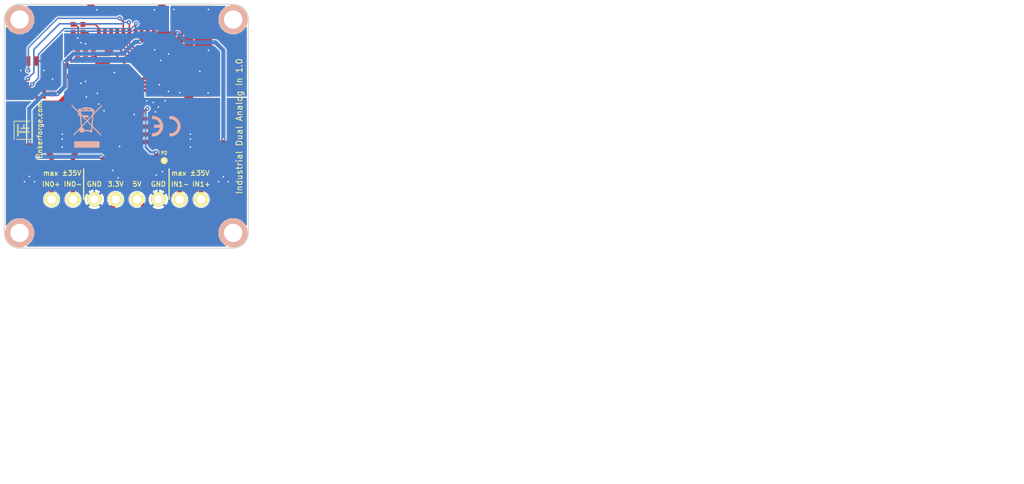
<source format=kicad_pcb>
(kicad_pcb (version 4) (host pcbnew 4.0.2+dfsg1-stable)
  (title_block (title "Industrial Dual Analog In") (date "24 Feb 2015") (rev 1.0) (company "Tinkerforge GmbH") (comment 1 "Copyright (©) 2015, B.Nordmeyer <bastian@tinkerforge.com>"))
  (layers (0 F.Cu signal) (31 B.Cu signal hide) (34 B.Paste user) (35 F.Paste user) (36 B.SilkS user) (37 F.SilkS user) (38 B.Mask user) (39 F.Mask user) (44 Edge.Cuts user))
  (net 0 "")
  (net 1 AGND)
  (net 2 +3.3VADC)
  (net 3 -VAA)
  (net 4 3V3)
  (net 5 GND)
  (net 6 "Net-(C5-Pad1)")
  (net 7 "Net-(C5-Pad2)")
  (net 8 DGND)
  (net 9 "Net-(C8-Pad2)")
  (net 10 "Net-(C9-Pad2)")
  (net 11 ADC0)
  (net 12 ADC1)
  (net 13 "Net-(C12-Pad2)")
  (net 14 "Net-(C14-Pad2)")
  (net 15 "Net-(C18-Pad1)")
  (net 16 "Net-(C21-Pad1)")
  (net 17 +3.3VP)
  (net 18 +5V)
  (net 19 "Net-(P1-Pad4)")
  (net 20 "Net-(P1-Pad5)")
  (net 21 "Net-(P1-Pad6)")
  (net 22 "Net-(P1-Pad7)")
  (net 23 "Net-(P1-Pad8)")
  (net 24 "Net-(P1-Pad9)")
  (net 25 "Net-(P1-Pad10)")
  (net 26 "Net-(P3-Pad2)")
  (net 27 "Net-(P3-Pad1)")
  (net 28 "Net-(P3-Pad7)")
  (net 29 "Net-(P3-Pad8)")
  (net 30 "Net-(R5-Pad2)")
  (net 31 "Net-(R13-Pad1)")
  (net 32 "Net-(R10-Pad2)")
  (net 33 "Net-(C15-Pad2)")
  (net 34 "Net-(C17-Pad1)")
  (net 35 "Net-(C20-Pad1)")
  (net 36 "Net-(R3-Pad2)")
  (net 37 "Net-(R6-Pad2)")
  (net 38 "Net-(R15-Pad1)")
  (net 39 "Net-(R11-Pad2)")
  (net 40 "Net-(D1-Pad2)")
  (net 41 "Net-(D2-Pad2)")
  (net 42 "Net-(U3-Pad7)")
  (net 43 "Net-(U4-Pad12)")
  (net 44 "Net-(U4-Pad13)")
  (module tinkerforge:Fiducial_Mark (layer F.Cu) (at 117.1 112.5)
    (fp_text reference Fiducial_Mark hide)
    (fp_text value VAL** hide)
    (pad 1 smd circle (at 0 0) (size 1.00076 1.00076) (layers F.Cu F.Mask) (clearance 0.65024))
  )
  (module tinkerforge:Fiducial_Mark (layer F.Cu) (at 154.1 87.5)
    (fp_text reference Fiducial_Mark hide)
    (fp_text value VAL** hide)
    (pad 1 smd circle (at 0 0) (size 1.00076 1.00076) (layers F.Cu F.Mask) (clearance 0.65024))
  )
  (module tinkerforge:Fiducial_Mark (layer F.Cu) (at 117.1 87.5)
    (fp_text reference Fiducial_Mark hide)
    (fp_text value VAL** hide)
    (pad 1 smd circle (at 0 0) (size 1.00076 1.00076) (layers F.Cu F.Mask) (clearance 0.65024))
  )
  (module tinkerforge:CE_5mm (layer B.Cu) (at 142.1 100 180)
    (fp_text reference VAL hide)
    (fp_text value CE_5mm hide)
  )
  (module tinkerforge:WEEE_7mm (layer B.Cu) (at 129.1 100)
    (fp_text reference VAL hide)
    (fp_text value WEEE_7mm hide)
  )
  (module logo:Logo_31x31 (layer F.Cu) (at 117.1 102.25 90)
    (fp_text reference G*** hide)
    (fp_text value Logo_31x31 hide)
  )
  (module kicad-libraries:PINTST (layer F.Cu) (at 141.8 105.65)
    (fp_text reference P2 (at 0 -1.26746) (layer F.SilkS) (effects (font (size 0.508 0.508) (thickness 0.127))))
    (fp_text value CONN_1 hide)
    (pad 1 thru_hole circle (at 0 0) (size 1.143 1.143) (drill 0.35) (layers *.Cu F.SilkS B.Mask) (net 3 -VAA))
  )
  (module kicad-libraries:DRILL_NP (layer F.Cu) (at 118.1 117.5)
    (fp_text reference U8 hide)
    (fp_text value DRILL hide)
    (pad "" np_thru_hole circle (at 0 0) (size 2.99974 2.99974) (drill 2.99974) (layers *.Cu *.Mask F.SilkS) (clearance 0.89916))
  )
  (module kicad-libraries:DRILL_NP (layer F.Cu) (at 118.1 82.5)
    (fp_text reference U7 hide)
    (fp_text value DRILL hide)
    (pad "" np_thru_hole circle (at 0 0) (size 2.99974 2.99974) (drill 2.99974) (layers *.Cu *.Mask F.SilkS) (clearance 0.89916))
  )
  (module kicad-libraries:DRILL_NP (layer F.Cu) (at 153.1 82.5)
    (fp_text reference U6 hide)
    (fp_text value DRILL hide)
    (pad "" np_thru_hole circle (at 0 0) (size 2.99974 2.99974) (drill 2.99974) (layers *.Cu *.Mask F.SilkS) (clearance 0.89916))
  )
  (module kicad-libraries:DRILL_NP (layer F.Cu) (at 153.1 117.5)
    (fp_text reference U5 hide)
    (fp_text value DRILL hide)
    (pad "" np_thru_hole circle (at 0 0) (size 2.99974 2.99974) (drill 2.99974) (layers *.Cu *.Mask F.SilkS) (clearance 0.89916))
  )
  (module kicad-libraries:SOIC8 (layer F.Cu) (at 120.2 92 180)
    (fp_text reference U3)
    (fp_text value M24C64)
    (pad 1 smd rect (at -1.90246 2.69748) (size 0.59944 1.5494) (layers F.Cu F.Paste F.Mask) (net 5 GND))
    (pad 2 smd rect (at -0.63246 2.69748) (size 0.59944 1.5494) (layers F.Cu F.Paste F.Mask) (net 5 GND))
    (pad 3 smd rect (at 0.63246 2.69748) (size 0.59944 1.5494) (layers F.Cu F.Paste F.Mask) (net 21 "Net-(P1-Pad6)"))
    (pad 4 smd rect (at 1.90246 2.69748) (size 0.59944 1.5494) (layers F.Cu F.Paste F.Mask) (net 5 GND))
    (pad 5 smd rect (at 1.90246 -2.69748 180) (size 0.59944 1.5494) (layers F.Cu F.Paste F.Mask) (net 20 "Net-(P1-Pad5)"))
    (pad 6 smd rect (at 0.63246 -2.69748 180) (size 0.59944 1.5494) (layers F.Cu F.Paste F.Mask) (net 19 "Net-(P1-Pad4)"))
    (pad 7 smd rect (at -0.63246 -2.69748 180) (size 0.59944 1.5494) (layers F.Cu F.Paste F.Mask) (net 42 "Net-(U3-Pad7)"))
    (pad 8 smd rect (at -1.90246 -2.69748 180) (size 0.59944 1.5494) (layers F.Cu F.Paste F.Mask) (net 4 3V3))
  )
  (module kicad-libraries:SOIC8 (layer F.Cu) (at 135.6 100.7 90)
    (fp_text reference U1)
    (fp_text value LMV342IDRG4)
    (pad 1 smd rect (at -1.90246 2.69748 270) (size 0.59944 1.5494) (layers F.Cu F.Paste F.Mask) (net 37 "Net-(R6-Pad2)"))
    (pad 2 smd rect (at -0.63246 2.69748 270) (size 0.59944 1.5494) (layers F.Cu F.Paste F.Mask) (net 38 "Net-(R15-Pad1)"))
    (pad 3 smd rect (at 0.63246 2.69748 270) (size 0.59944 1.5494) (layers F.Cu F.Paste F.Mask) (net 39 "Net-(R11-Pad2)"))
    (pad 4 smd rect (at 1.90246 2.69748 270) (size 0.59944 1.5494) (layers F.Cu F.Paste F.Mask) (net 3 -VAA))
    (pad 5 smd rect (at 1.90246 -2.69748 90) (size 0.59944 1.5494) (layers F.Cu F.Paste F.Mask) (net 32 "Net-(R10-Pad2)"))
    (pad 6 smd rect (at 0.63246 -2.69748 90) (size 0.59944 1.5494) (layers F.Cu F.Paste F.Mask) (net 31 "Net-(R13-Pad1)"))
    (pad 7 smd rect (at -0.63246 -2.69748 90) (size 0.59944 1.5494) (layers F.Cu F.Paste F.Mask) (net 30 "Net-(R5-Pad2)"))
    (pad 8 smd rect (at -1.90246 -2.69748 90) (size 0.59944 1.5494) (layers F.Cu F.Paste F.Mask) (net 2 +3.3VADC))
  )
  (module kicad-libraries:OQ_8P (layer F.Cu) (at 135.6 112)
    (fp_text reference P3)
    (fp_text value CONN_8)
    (pad 2 thru_hole circle (at -8.7503 0) (size 2.4003 2.4003) (drill 1.39954) (layers *.Cu *.Mask F.SilkS) (net 26 "Net-(P3-Pad2)"))
    (pad 3 thru_hole circle (at -5.25018 0) (size 2.4003 2.4003) (drill 1.39954) (layers *.Cu *.Mask F.SilkS) (net 1 AGND))
    (pad 4 thru_hole circle (at -1.75006 0) (size 2.4003 2.4003) (drill 1.39954) (layers *.Cu *.Mask F.SilkS) (net 41 "Net-(D2-Pad2)"))
    (pad 1 thru_hole circle (at -12.25042 0) (size 2.4003 2.4003) (drill 1.39954) (layers *.Cu *.Mask F.SilkS) (net 27 "Net-(P3-Pad1)"))
    (pad 5 thru_hole circle (at 1.75006 0) (size 2.4003 2.4003) (drill 1.39954) (layers *.Cu *.Mask F.SilkS) (net 40 "Net-(D1-Pad2)"))
    (pad 6 thru_hole circle (at 5.25018 0) (size 2.4003 2.4003) (drill 1.39954) (layers *.Cu *.Mask F.SilkS) (net 1 AGND))
    (pad 7 thru_hole circle (at 8.7503 0) (size 2.4003 2.4003) (drill 1.39954) (layers *.Cu *.Mask F.SilkS) (net 28 "Net-(P3-Pad7)"))
    (pad 8 thru_hole circle (at 12.25042 0) (size 2.4003 2.4003) (drill 1.39954) (layers *.Cu *.Mask F.SilkS) (net 29 "Net-(P3-Pad8)"))
  )
  (module kicad-libraries:CON-SENSOR (layer F.Cu) (at 135.6 80 180)
    (fp_text reference P1)
    (fp_text value CON-SENSOR)
    (pad 1 smd rect (at -4.50088 -4.7752 180) (size 0.59944 1.5494) (layers F.Cu F.Paste F.Mask) (net 18 +5V))
    (pad 2 smd rect (at -3.50012 -4.7752 180) (size 0.59944 1.5494) (layers F.Cu F.Paste F.Mask) (net 5 GND))
    (pad 3 smd rect (at -2.49936 -4.7752 180) (size 0.59944 1.5494) (layers F.Cu F.Paste F.Mask) (net 4 3V3))
    (pad 4 smd rect (at -1.50114 -4.7752 180) (size 0.59944 1.5494) (layers F.Cu F.Paste F.Mask) (net 19 "Net-(P1-Pad4)"))
    (pad 5 smd rect (at -0.50038 -4.7752 180) (size 0.59944 1.5494) (layers F.Cu F.Paste F.Mask) (net 20 "Net-(P1-Pad5)"))
    (pad 6 smd rect (at 0.50038 -4.7752 180) (size 0.59944 1.5494) (layers F.Cu F.Paste F.Mask) (net 21 "Net-(P1-Pad6)"))
    (pad 7 smd rect (at 1.50114 -4.7752 180) (size 0.59944 1.5494) (layers F.Cu F.Paste F.Mask) (net 22 "Net-(P1-Pad7)"))
    (pad 8 smd rect (at 2.49936 -4.7752 180) (size 0.59944 1.5494) (layers F.Cu F.Paste F.Mask) (net 23 "Net-(P1-Pad8)"))
    (pad 9 smd rect (at 3.50012 -4.7752 180) (size 0.59944 1.5494) (layers F.Cu F.Paste F.Mask) (net 24 "Net-(P1-Pad9)"))
    (pad 10 smd rect (at 4.50088 -4.7752 180) (size 0.59944 1.5494) (layers F.Cu F.Paste F.Mask) (net 25 "Net-(P1-Pad10)"))
    (pad EP smd rect (at -5.79882 -0.89916 180) (size 1.19888 1.80086) (layers F.Cu F.Paste F.Mask) (net 5 GND))
    (pad EP smd rect (at 5.79882 -0.89916 180) (size 1.19888 1.80086) (layers F.Cu F.Paste F.Mask) (net 5 GND))
  )
  (module kicad-libraries:SOD-323 (layer F.Cu) (at 119.7 110.425 270)
    (fp_text reference D2)
    (fp_text value CDSOD323-T03SC)
    (pad 1 smd rect (at -1.3208 0 270) (size 0.762 0.6858) (layers F.Cu F.Paste F.Mask) (net 1 AGND))
    (pad 2 smd rect (at 1.3208 0 270) (size 0.762 0.6858) (layers F.Cu F.Paste F.Mask) (net 41 "Net-(D2-Pad2)"))
  )
  (module kicad-libraries:SOD-323 (layer F.Cu) (at 151.5 110.425 270)
    (fp_text reference D1)
    (fp_text value CDSOD323-T05SC)
    (pad 1 smd rect (at -1.3208 0 270) (size 0.762 0.6858) (layers F.Cu F.Paste F.Mask) (net 1 AGND))
    (pad 2 smd rect (at 1.3208 0 270) (size 0.762 0.6858) (layers F.Cu F.Paste F.Mask) (net 40 "Net-(D1-Pad2)"))
  )
  (module kicad-libraries:C0603 (layer F.Cu) (at 133.7 104.1 180)
    (fp_text reference C1)
    (fp_text value 100nF)
    (pad 1 smd rect (at -0.8001 0 180) (size 0.8001 0.8001) (layers F.Cu F.Paste F.Mask) (net 1 AGND))
    (pad 2 smd rect (at 0.8001 0 180) (size 0.8001 0.8001) (layers F.Cu F.Paste F.Mask) (net 2 +3.3VADC))
  )
  (module kicad-libraries:C0603 (layer F.Cu) (at 138.125 96.65 90)
    (fp_text reference C2)
    (fp_text value 100nF)
    (pad 1 smd rect (at -0.8001 0 90) (size 0.8001 0.8001) (layers F.Cu F.Paste F.Mask) (net 3 -VAA))
    (pad 2 smd rect (at 0.8001 0 90) (size 0.8001 0.8001) (layers F.Cu F.Paste F.Mask) (net 1 AGND))
  )
  (module kicad-libraries:C0603 (layer F.Cu) (at 134.25 106.45 270)
    (fp_text reference C3)
    (fp_text value 3.3µF)
    (pad 1 smd rect (at -0.8001 0 270) (size 0.8001 0.8001) (layers F.Cu F.Paste F.Mask) (net 2 +3.3VADC))
    (pad 2 smd rect (at 0.8001 0 270) (size 0.8001 0.8001) (layers F.Cu F.Paste F.Mask) (net 1 AGND))
  )
  (module kicad-libraries:C0603 (layer F.Cu) (at 140.5 106.45 270)
    (fp_text reference C4)
    (fp_text value 3.3µF)
    (pad 1 smd rect (at -0.8001 0 270) (size 0.8001 0.8001) (layers F.Cu F.Paste F.Mask) (net 3 -VAA))
    (pad 2 smd rect (at 0.8001 0 270) (size 0.8001 0.8001) (layers F.Cu F.Paste F.Mask) (net 1 AGND))
  )
  (module kicad-libraries:C0603 (layer F.Cu) (at 136.75 104.1)
    (fp_text reference C5)
    (fp_text value 3.3µF)
    (pad 1 smd rect (at -0.8001 0) (size 0.8001 0.8001) (layers F.Cu F.Paste F.Mask) (net 6 "Net-(C5-Pad1)"))
    (pad 2 smd rect (at 0.8001 0) (size 0.8001 0.8001) (layers F.Cu F.Paste F.Mask) (net 7 "Net-(C5-Pad2)"))
  )
  (module kicad-libraries:C0603 (layer F.Cu) (at 139.2 106.45 90)
    (fp_text reference C6)
    (fp_text value 100nF)
    (pad 1 smd rect (at -0.8001 0 90) (size 0.8001 0.8001) (layers F.Cu F.Paste F.Mask) (net 1 AGND))
    (pad 2 smd rect (at 0.8001 0 90) (size 0.8001 0.8001) (layers F.Cu F.Paste F.Mask) (net 3 -VAA))
  )
  (module kicad-libraries:C0603 (layer F.Cu) (at 123.5 93.9 90)
    (fp_text reference C7)
    (fp_text value 100nF)
    (pad 1 smd rect (at -0.8001 0 90) (size 0.8001 0.8001) (layers F.Cu F.Paste F.Mask) (net 4 3V3))
    (pad 2 smd rect (at 0.8001 0 90) (size 0.8001 0.8001) (layers F.Cu F.Paste F.Mask) (net 5 GND))
  )
  (module kicad-libraries:C0603 (layer F.Cu) (at 142.5 89.75 270)
    (fp_text reference C8)
    (fp_text value 18pF)
    (pad 1 smd rect (at -0.8001 0 270) (size 0.8001 0.8001) (layers F.Cu F.Paste F.Mask) (net 8 DGND))
    (pad 2 smd rect (at 0.8001 0 270) (size 0.8001 0.8001) (layers F.Cu F.Paste F.Mask) (net 9 "Net-(C8-Pad2)"))
  )
  (module kicad-libraries:C0603 (layer F.Cu) (at 142.5 92.65 90)
    (fp_text reference C9)
    (fp_text value 18pF)
    (pad 1 smd rect (at -0.8001 0 90) (size 0.8001 0.8001) (layers F.Cu F.Paste F.Mask) (net 8 DGND))
    (pad 2 smd rect (at 0.8001 0 90) (size 0.8001 0.8001) (layers F.Cu F.Paste F.Mask) (net 10 "Net-(C9-Pad2)"))
  )
  (module kicad-libraries:C0603 (layer F.Cu) (at 132.6 96.65 90)
    (fp_text reference C10)
    (fp_text value 1nF)
    (pad 1 smd rect (at -0.8001 0 90) (size 0.8001 0.8001) (layers F.Cu F.Paste F.Mask) (net 1 AGND))
    (pad 2 smd rect (at 0.8001 0 90) (size 0.8001 0.8001) (layers F.Cu F.Paste F.Mask) (net 11 ADC0))
  )
  (module kicad-libraries:C0603 (layer F.Cu) (at 136.825 96.65 90)
    (fp_text reference C11)
    (fp_text value 1nF)
    (pad 1 smd rect (at -0.8001 0 90) (size 0.8001 0.8001) (layers F.Cu F.Paste F.Mask) (net 1 AGND))
    (pad 2 smd rect (at 0.8001 0 90) (size 0.8001 0.8001) (layers F.Cu F.Paste F.Mask) (net 12 ADC1))
  )
  (module kicad-libraries:C0603 (layer F.Cu) (at 130.2 88.1 270)
    (fp_text reference C12)
    (fp_text value 100nF)
    (pad 1 smd rect (at -0.8001 0 270) (size 0.8001 0.8001) (layers F.Cu F.Paste F.Mask) (net 8 DGND))
    (pad 2 smd rect (at 0.8001 0 270) (size 0.8001 0.8001) (layers F.Cu F.Paste F.Mask) (net 13 "Net-(C12-Pad2)"))
  )
  (module kicad-libraries:C0603 (layer F.Cu) (at 128.9 88.1 270)
    (fp_text reference C13)
    (fp_text value 10µF)
    (pad 1 smd rect (at -0.8001 0 270) (size 0.8001 0.8001) (layers F.Cu F.Paste F.Mask) (net 8 DGND))
    (pad 2 smd rect (at 0.8001 0 270) (size 0.8001 0.8001) (layers F.Cu F.Paste F.Mask) (net 13 "Net-(C12-Pad2)"))
  )
  (module kicad-libraries:C0603 (layer F.Cu) (at 130.2 91 90)
    (fp_text reference C15)
    (fp_text value 100nF)
    (pad 1 smd rect (at -0.8001 0 90) (size 0.8001 0.8001) (layers F.Cu F.Paste F.Mask) (net 1 AGND))
    (pad 2 smd rect (at 0.8001 0 90) (size 0.8001 0.8001) (layers F.Cu F.Paste F.Mask) (net 33 "Net-(C15-Pad2)"))
  )
  (module kicad-libraries:C0603 (layer F.Cu) (at 128.9 91 90)
    (fp_text reference C16)
    (fp_text value 10µF)
    (pad 1 smd rect (at -0.8001 0 90) (size 0.8001 0.8001) (layers F.Cu F.Paste F.Mask) (net 1 AGND))
    (pad 2 smd rect (at 0.8001 0 90) (size 0.8001 0.8001) (layers F.Cu F.Paste F.Mask) (net 33 "Net-(C15-Pad2)"))
  )
  (module kicad-libraries:C0603 (layer F.Cu) (at 126.05 101.3 270)
    (fp_text reference C17)
    (fp_text value 15pF)
    (pad 1 smd rect (at -0.8001 0 270) (size 0.8001 0.8001) (layers F.Cu F.Paste F.Mask) (net 34 "Net-(C17-Pad1)"))
    (pad 2 smd rect (at 0.8001 0 270) (size 0.8001 0.8001) (layers F.Cu F.Paste F.Mask) (net 1 AGND))
  )
  (module kicad-libraries:C0603 (layer F.Cu) (at 125.1 99.2)
    (fp_text reference C18)
    (fp_text value 150pF)
    (pad 1 smd rect (at -0.8001 0) (size 0.8001 0.8001) (layers F.Cu F.Paste F.Mask) (net 15 "Net-(C18-Pad1)"))
    (pad 2 smd rect (at 0.8001 0) (size 0.8001 0.8001) (layers F.Cu F.Paste F.Mask) (net 34 "Net-(C17-Pad1)"))
  )
  (module kicad-libraries:C0603 (layer F.Cu) (at 124.15 101.3 90)
    (fp_text reference C19)
    (fp_text value 15pF)
    (pad 1 smd rect (at -0.8001 0 90) (size 0.8001 0.8001) (layers F.Cu F.Paste F.Mask) (net 1 AGND))
    (pad 2 smd rect (at 0.8001 0 90) (size 0.8001 0.8001) (layers F.Cu F.Paste F.Mask) (net 15 "Net-(C18-Pad1)"))
  )
  (module kicad-libraries:C0603 (layer F.Cu) (at 145.175 101.3 270)
    (fp_text reference C20)
    (fp_text value 15pF)
    (pad 1 smd rect (at -0.8001 0 270) (size 0.8001 0.8001) (layers F.Cu F.Paste F.Mask) (net 35 "Net-(C20-Pad1)"))
    (pad 2 smd rect (at 0.8001 0 270) (size 0.8001 0.8001) (layers F.Cu F.Paste F.Mask) (net 1 AGND))
  )
  (module kicad-libraries:C0603 (layer F.Cu) (at 146.1 99.2 180)
    (fp_text reference C21)
    (fp_text value 150pF)
    (pad 1 smd rect (at -0.8001 0 180) (size 0.8001 0.8001) (layers F.Cu F.Paste F.Mask) (net 16 "Net-(C21-Pad1)"))
    (pad 2 smd rect (at 0.8001 0 180) (size 0.8001 0.8001) (layers F.Cu F.Paste F.Mask) (net 35 "Net-(C20-Pad1)"))
  )
  (module kicad-libraries:C0603 (layer F.Cu) (at 147.05 101.3 90)
    (fp_text reference C22)
    (fp_text value 15pF)
    (pad 1 smd rect (at -0.8001 0 90) (size 0.8001 0.8001) (layers F.Cu F.Paste F.Mask) (net 1 AGND))
    (pad 2 smd rect (at 0.8001 0 90) (size 0.8001 0.8001) (layers F.Cu F.Paste F.Mask) (net 16 "Net-(C21-Pad1)"))
  )
  (module kicad-libraries:F1206 (layer F.Cu) (at 151.5 105 270)
    (fp_text reference F1)
    (fp_text value OZCJ0035FF2G)
    (pad 1 smd rect (at -1.50114 0 270) (size 1.00076 1.6002) (layers F.Cu F.Paste F.Mask) (net 18 +5V))
    (pad 2 smd rect (at 1.50114 0 270) (size 1.00076 1.6002) (layers F.Cu F.Paste F.Mask) (net 40 "Net-(D1-Pad2)"))
  )
  (module kicad-libraries:F1206 (layer F.Cu) (at 119.7 105 270)
    (fp_text reference F2)
    (fp_text value OZCJ0035FF2G)
    (pad 1 smd rect (at -1.50114 0 270) (size 1.00076 1.6002) (layers F.Cu F.Paste F.Mask) (net 4 3V3))
    (pad 2 smd rect (at 1.50114 0 270) (size 1.00076 1.6002) (layers F.Cu F.Paste F.Mask) (net 41 "Net-(D2-Pad2)"))
  )
  (module kicad-libraries:C0603 (layer F.Cu) (at 126.3 91 270)
    (fp_text reference FB1)
    (fp_text value FILTER)
    (pad 1 smd rect (at -0.8001 0 270) (size 0.8001 0.8001) (layers F.Cu F.Paste F.Mask) (net 4 3V3))
    (pad 2 smd rect (at 0.8001 0 270) (size 0.8001 0.8001) (layers F.Cu F.Paste F.Mask) (net 2 +3.3VADC))
  )
  (module kicad-libraries:C0603 (layer F.Cu) (at 126.3 88.1 90)
    (fp_text reference FB2)
    (fp_text value FILTER)
    (pad 1 smd rect (at -0.8001 0 90) (size 0.8001 0.8001) (layers F.Cu F.Paste F.Mask) (net 4 3V3))
    (pad 2 smd rect (at 0.8001 0 90) (size 0.8001 0.8001) (layers F.Cu F.Paste F.Mask) (net 17 +3.3VP))
  )
  (module kicad-libraries:C0603 (layer F.Cu) (at 141.2 87.55 270)
    (fp_text reference FB3)
    (fp_text value FILTER)
    (pad 1 smd rect (at -0.8001 0 270) (size 0.8001 0.8001) (layers F.Cu F.Paste F.Mask) (net 5 GND))
    (pad 2 smd rect (at 0.8001 0 270) (size 0.8001 0.8001) (layers F.Cu F.Paste F.Mask) (net 8 DGND))
  )
  (module kicad-libraries:R0603 (layer F.Cu) (at 141 95.1 270)
    (fp_text reference R1)
    (fp_text value 0)
    (pad 1 smd rect (at -0.8001 0 270) (size 0.8001 0.8001) (layers F.Cu F.Paste F.Mask) (net 8 DGND))
    (pad 2 smd rect (at 0.8001 0 270) (size 0.8001 0.8001) (layers F.Cu F.Paste F.Mask) (net 1 AGND))
  )
  (module kicad-libraries:R0603 (layer F.Cu) (at 141.2 91.2 270)
    (fp_text reference R2)
    (fp_text value 1M)
    (pad 1 smd rect (at -0.8001 0 270) (size 0.8001 0.8001) (layers F.Cu F.Paste F.Mask) (net 9 "Net-(C8-Pad2)"))
    (pad 2 smd rect (at 0.8001 0 270) (size 0.8001 0.8001) (layers F.Cu F.Paste F.Mask) (net 10 "Net-(C9-Pad2)"))
  )
  (module kicad-libraries:R0603 (layer F.Cu) (at 127.675 84.6)
    (fp_text reference R3)
    (fp_text value 100k)
    (pad 1 smd rect (at -0.8001 0) (size 0.8001 0.8001) (layers F.Cu F.Paste F.Mask) (net 17 +3.3VP))
    (pad 2 smd rect (at 0.8001 0) (size 0.8001 0.8001) (layers F.Cu F.Paste F.Mask) (net 36 "Net-(R3-Pad2)"))
  )
  (module kicad-libraries:R0603 (layer F.Cu) (at 127.675 83.3 180)
    (fp_text reference R4)
    (fp_text value DNP)
    (pad 1 smd rect (at -0.8001 0 180) (size 0.8001 0.8001) (layers F.Cu F.Paste F.Mask) (net 25 "Net-(P1-Pad10)"))
    (pad 2 smd rect (at 0.8001 0 180) (size 0.8001 0.8001) (layers F.Cu F.Paste F.Mask) (net 8 DGND))
  )
  (module kicad-libraries:R0603 (layer F.Cu) (at 133.9 96.65 270)
    (fp_text reference R5)
    (fp_text value 68.1)
    (pad 1 smd rect (at -0.8001 0 270) (size 0.8001 0.8001) (layers F.Cu F.Paste F.Mask) (net 11 ADC0))
    (pad 2 smd rect (at 0.8001 0 270) (size 0.8001 0.8001) (layers F.Cu F.Paste F.Mask) (net 30 "Net-(R5-Pad2)"))
  )
  (module kicad-libraries:R0603 (layer F.Cu) (at 135.375 96.65 270)
    (fp_text reference R6)
    (fp_text value 68.1)
    (pad 1 smd rect (at -0.8001 0 270) (size 0.8001 0.8001) (layers F.Cu F.Paste F.Mask) (net 12 ADC1))
    (pad 2 smd rect (at 0.8001 0 270) (size 0.8001 0.8001) (layers F.Cu F.Paste F.Mask) (net 37 "Net-(R6-Pad2)"))
  )
  (module kicad-libraries:R0603 (layer F.Cu) (at 127.6 88.1 270)
    (fp_text reference R7)
    (fp_text value 10)
    (pad 1 smd rect (at -0.8001 0 270) (size 0.8001 0.8001) (layers F.Cu F.Paste F.Mask) (net 17 +3.3VP))
    (pad 2 smd rect (at 0.8001 0 270) (size 0.8001 0.8001) (layers F.Cu F.Paste F.Mask) (net 13 "Net-(C12-Pad2)"))
  )
  (module kicad-libraries:R0603 (layer F.Cu) (at 131.05 100.9 90)
    (fp_text reference R8)
    (fp_text value 4k7/10ppm)
    (pad 1 smd rect (at -0.8001 0 90) (size 0.8001 0.8001) (layers F.Cu F.Paste F.Mask) (net 30 "Net-(R5-Pad2)"))
    (pad 2 smd rect (at 0.8001 0 90) (size 0.8001 0.8001) (layers F.Cu F.Paste F.Mask) (net 31 "Net-(R13-Pad1)"))
  )
  (module kicad-libraries:R0603 (layer F.Cu) (at 140.275 102.15 90)
    (fp_text reference R9)
    (fp_text value 4k7/10ppm)
    (pad 1 smd rect (at -0.8001 0 90) (size 0.8001 0.8001) (layers F.Cu F.Paste F.Mask) (net 37 "Net-(R6-Pad2)"))
    (pad 2 smd rect (at 0.8001 0 90) (size 0.8001 0.8001) (layers F.Cu F.Paste F.Mask) (net 38 "Net-(R15-Pad1)"))
  )
  (module kicad-libraries:R0603 (layer F.Cu) (at 131.05 98 270)
    (fp_text reference R10)
    (fp_text value 4k7/10ppm)
    (pad 1 smd rect (at -0.8001 0 270) (size 0.8001 0.8001) (layers F.Cu F.Paste F.Mask) (net 1 AGND))
    (pad 2 smd rect (at 0.8001 0 270) (size 0.8001 0.8001) (layers F.Cu F.Paste F.Mask) (net 32 "Net-(R10-Pad2)"))
  )
  (module kicad-libraries:R0603 (layer F.Cu) (at 140.275 99.25 270)
    (fp_text reference R11)
    (fp_text value 4k7/10ppm)
    (pad 1 smd rect (at -0.8001 0 270) (size 0.8001 0.8001) (layers F.Cu F.Paste F.Mask) (net 1 AGND))
    (pad 2 smd rect (at 0.8001 0 270) (size 0.8001 0.8001) (layers F.Cu F.Paste F.Mask) (net 39 "Net-(R11-Pad2)"))
  )
  (module kicad-libraries:R0603 (layer F.Cu) (at 127.6 91 90)
    (fp_text reference R12)
    (fp_text value 10)
    (pad 1 smd rect (at -0.8001 0 90) (size 0.8001 0.8001) (layers F.Cu F.Paste F.Mask) (net 2 +3.3VADC))
    (pad 2 smd rect (at 0.8001 0 90) (size 0.8001 0.8001) (layers F.Cu F.Paste F.Mask) (net 33 "Net-(C15-Pad2)"))
  )
  (module kicad-libraries:R0603 (layer F.Cu) (at 127.2 98.4 270)
    (fp_text reference R13)
    (fp_text value 280k/10ppm)
    (pad 1 smd rect (at -0.8001 0 270) (size 0.8001 0.8001) (layers F.Cu F.Paste F.Mask) (net 31 "Net-(R13-Pad1)"))
    (pad 2 smd rect (at 0.8001 0 270) (size 0.8001 0.8001) (layers F.Cu F.Paste F.Mask) (net 34 "Net-(C17-Pad1)"))
  )
  (module kicad-libraries:R0603 (layer F.Cu) (at 123 98.4 270)
    (fp_text reference R14)
    (fp_text value 280k/10ppm)
    (pad 1 smd rect (at -0.8001 0 270) (size 0.8001 0.8001) (layers F.Cu F.Paste F.Mask) (net 32 "Net-(R10-Pad2)"))
    (pad 2 smd rect (at 0.8001 0 270) (size 0.8001 0.8001) (layers F.Cu F.Paste F.Mask) (net 15 "Net-(C18-Pad1)"))
  )
  (module kicad-libraries:R0603 (layer F.Cu) (at 144 98.4 270)
    (fp_text reference R15)
    (fp_text value 280k/10ppm)
    (pad 1 smd rect (at -0.8001 0 270) (size 0.8001 0.8001) (layers F.Cu F.Paste F.Mask) (net 38 "Net-(R15-Pad1)"))
    (pad 2 smd rect (at 0.8001 0 270) (size 0.8001 0.8001) (layers F.Cu F.Paste F.Mask) (net 35 "Net-(C20-Pad1)"))
  )
  (module kicad-libraries:R0603 (layer F.Cu) (at 148.2 98.4 270)
    (fp_text reference R16)
    (fp_text value 280k/10ppm)
    (pad 1 smd rect (at -0.8001 0 270) (size 0.8001 0.8001) (layers F.Cu F.Paste F.Mask) (net 39 "Net-(R11-Pad2)"))
    (pad 2 smd rect (at 0.8001 0 270) (size 0.8001 0.8001) (layers F.Cu F.Paste F.Mask) (net 16 "Net-(C21-Pad1)"))
  )
  (module kicad-libraries:R0603 (layer F.Cu) (at 127.35 101.3 270)
    (fp_text reference R17)
    (fp_text value 10)
    (pad 1 smd rect (at -0.8001 0 270) (size 0.8001 0.8001) (layers F.Cu F.Paste F.Mask) (net 34 "Net-(C17-Pad1)"))
    (pad 2 smd rect (at 0.8001 0 270) (size 0.8001 0.8001) (layers F.Cu F.Paste F.Mask) (net 26 "Net-(P3-Pad2)"))
  )
  (module kicad-libraries:R0603 (layer F.Cu) (at 122.85 101.3 270)
    (fp_text reference R18)
    (fp_text value 10)
    (pad 1 smd rect (at -0.8001 0 270) (size 0.8001 0.8001) (layers F.Cu F.Paste F.Mask) (net 15 "Net-(C18-Pad1)"))
    (pad 2 smd rect (at 0.8001 0 270) (size 0.8001 0.8001) (layers F.Cu F.Paste F.Mask) (net 27 "Net-(P3-Pad1)"))
  )
  (module kicad-libraries:R0603 (layer F.Cu) (at 143.875 101.3 270)
    (fp_text reference R19)
    (fp_text value 10)
    (pad 1 smd rect (at -0.8001 0 270) (size 0.8001 0.8001) (layers F.Cu F.Paste F.Mask) (net 35 "Net-(C20-Pad1)"))
    (pad 2 smd rect (at 0.8001 0 270) (size 0.8001 0.8001) (layers F.Cu F.Paste F.Mask) (net 28 "Net-(P3-Pad7)"))
  )
  (module kicad-libraries:R0603 (layer F.Cu) (at 148.35 101.3 270)
    (fp_text reference R20)
    (fp_text value 10)
    (pad 1 smd rect (at -0.8001 0 270) (size 0.8001 0.8001) (layers F.Cu F.Paste F.Mask) (net 16 "Net-(C21-Pad1)"))
    (pad 2 smd rect (at 0.8001 0 270) (size 0.8001 0.8001) (layers F.Cu F.Paste F.Mask) (net 29 "Net-(P3-Pad8)"))
  )
  (module kicad-libraries:R0603 (layer F.Cu) (at 126.55 103.4 180)
    (fp_text reference R21)
    (fp_text value 100k)
    (pad 1 smd rect (at -0.8001 0 180) (size 0.8001 0.8001) (layers F.Cu F.Paste F.Mask) (net 26 "Net-(P3-Pad2)"))
    (pad 2 smd rect (at 0.8001 0 180) (size 0.8001 0.8001) (layers F.Cu F.Paste F.Mask) (net 1 AGND))
  )
  (module kicad-libraries:R0603 (layer F.Cu) (at 123.65 103.4 180)
    (fp_text reference R22)
    (fp_text value 100k)
    (pad 1 smd rect (at -0.8001 0 180) (size 0.8001 0.8001) (layers F.Cu F.Paste F.Mask) (net 1 AGND))
    (pad 2 smd rect (at 0.8001 0 180) (size 0.8001 0.8001) (layers F.Cu F.Paste F.Mask) (net 27 "Net-(P3-Pad1)"))
  )
  (module kicad-libraries:R0603 (layer F.Cu) (at 144.65 103.4)
    (fp_text reference R23)
    (fp_text value 100k)
    (pad 1 smd rect (at -0.8001 0) (size 0.8001 0.8001) (layers F.Cu F.Paste F.Mask) (net 28 "Net-(P3-Pad7)"))
    (pad 2 smd rect (at 0.8001 0) (size 0.8001 0.8001) (layers F.Cu F.Paste F.Mask) (net 1 AGND))
  )
  (module kicad-libraries:R0603 (layer F.Cu) (at 147.55 103.4)
    (fp_text reference R24)
    (fp_text value 100k)
    (pad 1 smd rect (at -0.8001 0) (size 0.8001 0.8001) (layers F.Cu F.Paste F.Mask) (net 1 AGND))
    (pad 2 smd rect (at 0.8001 0) (size 0.8001 0.8001) (layers F.Cu F.Paste F.Mask) (net 29 "Net-(P3-Pad8)"))
  )
  (module kicad-libraries:HC49_US (layer F.Cu) (at 145.85 89.05 270)
    (fp_text reference X1)
    (fp_text value 10MHz)
    (pad 1 smd rect (at -4.24942 0 270) (size 5.4991 1.50114) (layers F.Cu F.Paste F.Mask) (net 9 "Net-(C8-Pad2)"))
    (pad 2 smd rect (at 4.24942 0 270) (size 5.4991 1.50114) (layers F.Cu F.Paste F.Mask) (net 10 "Net-(C9-Pad2)"))
  )
  (module kicad-libraries:SOT23-6 (layer F.Cu) (at 136.75 106.45 90)
    (fp_text reference U2)
    (fp_text value LM2664)
    (pad 1 smd rect (at -0.94996 1.19888 90) (size 0.50038 0.8001) (layers F.Cu F.Paste F.Mask) (net 1 AGND) (clearance 0.14986))
    (pad 2 smd rect (at 0 1.19888 90) (size 0.50038 0.8001) (layers F.Cu F.Paste F.Mask) (net 3 -VAA) (clearance 0.14986))
    (pad 3 smd rect (at 0.94996 1.19888 90) (size 0.50038 0.8001) (layers F.Cu F.Paste F.Mask) (net 7 "Net-(C5-Pad2)") (clearance 0.14986))
    (pad 6 smd rect (at -0.94996 -1.19888 90) (size 0.50038 0.8001) (layers F.Cu F.Paste F.Mask) (net 6 "Net-(C5-Pad1)") (clearance 0.14986))
    (pad 4 smd rect (at 0.94996 -1.19888 90) (size 0.50038 0.8001) (layers F.Cu F.Paste F.Mask) (net 2 +3.3VADC) (clearance 0.14986))
    (pad 5 smd rect (at 0 -1.19888 90) (size 0.50038 0.8001) (layers F.Cu F.Paste F.Mask) (net 2 +3.3VADC) (clearance 0.14986))
  )
  (module kicad-libraries:SSOP20-53 (layer F.Cu) (at 135.6 91.2 270)
    (fp_text reference U4)
    (fp_text value MCP3911)
    (pad 1 smd rect (at -2.925 3.6 270) (size 0.45 1.75) (layers F.Cu F.Paste F.Mask) (net 13 "Net-(C12-Pad2)"))
    (pad 2 smd rect (at -2.275 3.6 270) (size 0.45 1.75) (layers F.Cu F.Paste F.Mask) (net 13 "Net-(C12-Pad2)"))
    (pad 3 smd rect (at -1.625 3.6 270) (size 0.45 1.75) (layers F.Cu F.Paste F.Mask) (net 33 "Net-(C15-Pad2)"))
    (pad 4 smd rect (at -0.975 3.6 270) (size 0.45 1.75) (layers F.Cu F.Paste F.Mask) (net 12 ADC1))
    (pad 5 smd rect (at -0.325 3.6 270) (size 0.45 1.75) (layers F.Cu F.Paste F.Mask) (net 1 AGND))
    (pad 6 smd rect (at 0.325 3.6 270) (size 0.45 1.75) (layers F.Cu F.Paste F.Mask) (net 1 AGND))
    (pad 7 smd rect (at 0.975 3.6 270) (size 0.45 1.75) (layers F.Cu F.Paste F.Mask) (net 11 ADC0))
    (pad 8 smd rect (at 1.625 3.6 270) (size 0.45 1.75) (layers F.Cu F.Paste F.Mask) (net 1 AGND))
    (pad 9 smd rect (at 2.275 3.6 270) (size 0.45 1.75) (layers F.Cu F.Paste F.Mask) (net 14 "Net-(C14-Pad2)"))
    (pad 10 smd rect (at 2.925 3.6 270) (size 0.45 1.75) (layers F.Cu F.Paste F.Mask) (net 1 AGND))
    (pad 11 smd rect (at 2.925 -3.6 270) (size 0.45 1.75) (layers F.Cu F.Paste F.Mask) (net 8 DGND))
    (pad 12 smd rect (at 2.275 -3.6 270) (size 0.45 1.75) (layers F.Cu F.Paste F.Mask) (net 43 "Net-(U4-Pad12)"))
    (pad 13 smd rect (at 1.625 -3.6 270) (size 0.45 1.75) (layers F.Cu F.Paste F.Mask) (net 44 "Net-(U4-Pad13)"))
    (pad 14 smd rect (at 0.975 -3.6 270) (size 0.45 1.75) (layers F.Cu F.Paste F.Mask) (net 36 "Net-(R3-Pad2)"))
    (pad 15 smd rect (at 0.325 -3.6 270) (size 0.45 1.75) (layers F.Cu F.Paste F.Mask) (net 10 "Net-(C9-Pad2)"))
    (pad 16 smd rect (at -0.325 -3.6 270) (size 0.45 1.75) (layers F.Cu F.Paste F.Mask) (net 9 "Net-(C8-Pad2)"))
    (pad 17 smd rect (at -0.975 -3.6 270) (size 0.45 1.75) (layers F.Cu F.Paste F.Mask) (net 25 "Net-(P1-Pad10)"))
    (pad 18 smd rect (at -1.625 -3.6 270) (size 0.45 1.75) (layers F.Cu F.Paste F.Mask) (net 24 "Net-(P1-Pad9)"))
    (pad 19 smd rect (at -2.275 -3.6 270) (size 0.46 1.75) (layers F.Cu F.Paste F.Mask) (net 23 "Net-(P1-Pad8)"))
    (pad 20 smd rect (at -2.925 -3.6 270) (size 0.45 1.75) (layers F.Cu F.Paste F.Mask) (net 22 "Net-(P1-Pad7)"))
  )
  (module kicad-libraries:C0603 (layer F.Cu) (at 129.9 94.4 90)
    (fp_text reference C14)
    (fp_text value 100nF)
    (pad 1 smd rect (at -0.8001 0 90) (size 0.8001 0.8001) (layers F.Cu F.Paste F.Mask) (net 1 AGND))
    (pad 2 smd rect (at 0.8001 0 90) (size 0.8001 0.8001) (layers F.Cu F.Paste F.Mask) (net 14 "Net-(C14-Pad2)"))
  )
  (gr_text "Industrial Dual Analog In 1.0" (at 154.1 100 90) (layer F.SilkS) (effects (font (size 1 1))))
  (gr_text "max ±35V" (at 146.1 107.7) (layer F.SilkS) (effects (font (size 0.8 0.8))))
  (gr_line (start 142.6 107) (end 142.6 112) (angle 90) (layer F.SilkS) (width 0.2))
  (gr_line (start 128.6 107) (end 128.6 112) (angle 90) (layer F.SilkS) (width 0.2))
  (gr_text "max ±35V" (at 125.1 107.7) (layer F.SilkS) (effects (font (size 0.8 0.8))))
  (gr_text tinkerforge.com (at 121.4 100.625 90) (layer F.SilkS) (effects (font (size 0.8 0.8))))
  (gr_text 5V (at 137.35 109.5) (layer F.SilkS) (effects (font (size 0.8 0.8))))
  (gr_text 3.3V (at 133.85 109.5) (layer F.SilkS) (effects (font (size 0.8 0.8))))
  (gr_text IN1- (at 144.4 109.5) (layer F.SilkS) (effects (font (size 0.8 0.8))))
  (gr_text IN1+ (at 147.9 109.5) (layer F.SilkS) (effects (font (size 0.8 0.8))))
  (gr_text GND (at 140.85 109.5) (layer F.SilkS) (effects (font (size 0.8 0.8))))
  (gr_text GND (at 130.35 109.5) (layer F.SilkS) (effects (font (size 0.8 0.8))))
  (gr_text IN0- (at 126.85 109.5) (layer F.SilkS) (effects (font (size 0.8 0.8))))
  (gr_text IN0+ (at 123.3 109.5) (layer F.SilkS) (effects (font (size 0.8 0.8))))
  (gr_line (start 155.6 117.5) (end 155.6 82.5) (angle 90) (layer Edge.Cuts) (width 0.15))
  (gr_line (start 118.1 120) (end 153.1 120) (angle 90) (layer Edge.Cuts) (width 0.15))
  (gr_line (start 115.6 82.5) (end 115.6 117.5) (angle 90) (layer Edge.Cuts) (width 0.15))
  (gr_line (start 153.1 80) (end 118.1 80) (angle 90) (layer Edge.Cuts) (width 0.15))
  (gr_arc (start 153.1 82.5) (end 153.1 80) (angle 90) (layer Edge.Cuts) (width 0.15))
  (gr_arc (start 118.1 82.5) (end 115.6 82.5) (angle 90) (layer Edge.Cuts) (width 0.15))
  (gr_arc (start 118.1 117.5) (end 118.1 120) (angle 90) (layer Edge.Cuts) (width 0.15))
  (gr_arc (start 153.1 117.5) (end 155.6 117.5) (angle 90) (layer Edge.Cuts) (width 0.15))
  (segment (start 140.25 97.75) (end 140.35 97.65) (width 0.7) (layer F.Cu) (net 1))
  (via (at 140.35 97.65) (size 0.7) (layers F.Cu B.Cu) (net 1))
  (segment (start 140.25 98.4499) (end 140.25 97.75) (width 0.7) (layer F.Cu) (net 1))
  (segment (start 138.1 95.8499) (end 138.9499 95.8499) (width 0.7) (layer F.Cu) (net 1))
  (via (at 138.95 95.85) (size 0.7) (layers F.Cu B.Cu) (net 1))
  (segment (start 138.9499 95.8499) (end 138.95 95.85) (width 0.7) (layer F.Cu) (net 1))
  (segment (start 132 92.825) (end 130.875 92.825) (width 0.4) (layer F.Cu) (net 1))
  (segment (start 130.875 92.825) (end 130.2 92.15) (width 0.4) (layer F.Cu) (net 1))
  (segment (start 130.2 92.15) (end 130.2 91.8001) (width 0.4) (layer F.Cu) (net 1))
  (segment (start 132 91.525) (end 133.325 91.525) (width 0.35) (layer F.Cu) (net 1))
  (segment (start 133.325 90.875) (end 133.65 91.2) (width 0.35) (layer F.Cu) (net 1))
  (via (at 133.65 91.2) (size 0.7) (layers F.Cu B.Cu) (net 1))
  (segment (start 133.325 90.875) (end 132 90.875) (width 0.35) (layer F.Cu) (net 1))
  (segment (start 133.325 91.525) (end 133.65 91.2) (width 0.35) (layer F.Cu) (net 1))
  (segment (start 140.5 107.45076) (end 141.49924 107.45076) (width 0.7) (layer F.Cu) (net 1))
  (via (at 141.5 107.45) (size 0.7) (layers F.Cu B.Cu) (net 1))
  (segment (start 141.49924 107.45076) (end 141.5 107.45) (width 0.7) (layer F.Cu) (net 1))
  (segment (start 134.25 107.45076) (end 134.25 108.45) (width 0.7) (layer F.Cu) (net 1))
  (via (at 134.25 108.45) (size 0.7) (layers F.Cu B.Cu) (net 1))
  (segment (start 141 96.10076) (end 141 96.7) (width 0.4) (layer F.Cu) (net 1))
  (via (at 140.85 96.85) (size 0.7) (layers F.Cu B.Cu) (net 1))
  (segment (start 141 96.7) (end 140.85 96.85) (width 0.4) (layer F.Cu) (net 1))
  (segment (start 141 96.10076) (end 141.64924 96.10076) (width 0.7) (layer F.Cu) (net 1))
  (via (at 141.95 95.8) (size 0.7) (layers F.Cu B.Cu) (net 1))
  (segment (start 141.64924 96.10076) (end 141.95 95.8) (width 0.7) (layer F.Cu) (net 1))
  (segment (start 141 96.10076) (end 140.00076 96.10076) (width 0.7) (layer F.Cu) (net 1))
  (via (at 140 96.1) (size 0.7) (layers F.Cu B.Cu) (net 1))
  (segment (start 140.00076 96.10076) (end 140 96.1) (width 0.7) (layer F.Cu) (net 1))
  (segment (start 130.34982 106.69982) (end 121.54982 106.69982) (width 0.254) (layer B.Cu) (net 1))
  (segment (start 120.25 104.25) (end 121.1 103.4) (width 0.254) (layer B.Cu) (net 1))
  (segment (start 120.25 105.4) (end 120.25 104.25) (width 0.254) (layer B.Cu) (net 1))
  (segment (start 121.54982 106.69982) (end 120.25 105.4) (width 0.254) (layer B.Cu) (net 1))
  (segment (start 132 94.125) (end 131.575 94.125) (width 0.35) (layer F.Cu) (net 1))
  (segment (start 132.225 90.875) (end 131.475 90.875) (width 0.35) (layer F.Cu) (net 1))
  (segment (start 130.3501 91.8001) (end 130.2 91.8001) (width 0.35) (layer F.Cu) (net 1))
  (segment (start 132.225 92.825) (end 131.375 92.825) (width 0.35) (layer F.Cu) (net 1))
  (segment (start 129.5501 91.8001) (end 129.55 91.8) (width 0.7) (layer F.Cu) (net 1))
  (segment (start 130.2 91.8001) (end 129.5501 91.8001) (width 0.7) (layer F.Cu) (net 1))
  (segment (start 129.5499 91.8001) (end 129.55 91.8) (width 0.7) (layer F.Cu) (net 1))
  (segment (start 139.05014 107.39996) (end 139.2 107.2501) (width 0.35) (layer F.Cu) (net 1))
  (segment (start 137.94888 107.39996) (end 139.05014 107.39996) (width 0.7) (layer F.Cu) (net 1))
  (segment (start 139.2 107.2501) (end 140.5 107.2501) (width 0.7) (layer F.Cu) (net 1))
  (segment (start 130.34982 112) (end 130.34982 106.69982) (width 0.254) (layer B.Cu) (net 1))
  (segment (start 140.5 108) (end 140.5 107.2501) (width 0.35) (layer F.Cu) (net 1))
  (segment (start 140.85018 112) (end 140.85018 108.35018) (width 0.254) (layer B.Cu) (net 1))
  (segment (start 133.4001 107.2501) (end 134.25 107.2501) (width 0.35) (layer F.Cu) (net 1))
  (segment (start 133.4001 107.2501) (end 133.4 107.25) (width 0.35) (layer F.Cu) (net 1))
  (segment (start 134.5001 104.1) (end 134.5001 103.3001) (width 0.35) (layer F.Cu) (net 1))
  (via (at 134.5 103.3) (size 0.7) (layers F.Cu B.Cu) (net 1))
  (segment (start 134.5001 103.3001) (end 134.5 103.3) (width 0.35) (layer F.Cu) (net 1))
  (segment (start 130.49982 106.69982) (end 130.34982 106.69982) (width 0.254) (layer B.Cu) (net 1))
  (segment (start 132.6 97.4501) (end 131.9501 97.4501) (width 0.7) (layer F.Cu) (net 1))
  (via (at 131.95 97.45) (size 0.7) (layers F.Cu B.Cu) (net 1))
  (segment (start 131.9501 97.4501) (end 131.95 97.45) (width 0.7) (layer F.Cu) (net 1))
  (segment (start 136.25 97.45) (end 136.9 98.1) (width 0.254) (layer B.Cu) (net 1))
  (segment (start 136.8 98) (end 136.8 97.4501) (width 0.7) (layer F.Cu) (net 1))
  (via (at 136.9 98.1) (size 0.7) (layers F.Cu B.Cu) (net 1))
  (segment (start 136.8 98) (end 136.9 98.1) (width 0.7) (layer F.Cu) (net 1))
  (segment (start 131.95 97.45) (end 136.25 97.45) (width 0.254) (layer B.Cu) (net 1))
  (segment (start 132 94.125) (end 131.475 94.125) (width 0.4) (layer F.Cu) (net 1))
  (segment (start 130.85 94.5) (end 130.85 94.6) (width 0.4) (layer F.Cu) (net 1))
  (via (at 130.85 94.6) (size 0.7) (layers F.Cu B.Cu) (net 1))
  (segment (start 131.225 94.125) (end 130.85 94.5) (width 0.4) (layer F.Cu) (net 1))
  (segment (start 132 94.125) (end 131.225 94.125) (width 0.4) (layer F.Cu) (net 1))
  (segment (start 129.0501 95.2001) (end 129.05 95.2) (width 0.4) (layer F.Cu) (net 1))
  (via (at 129.05 95.2) (size 0.7) (layers F.Cu B.Cu) (net 1))
  (segment (start 129.9 95.2001) (end 129.0501 95.2001) (width 0.4) (layer F.Cu) (net 1))
  (segment (start 129.5499 91.8001) (end 128.9 91.8001) (width 0.7) (layer F.Cu) (net 1))
  (segment (start 128.45 92.65) (end 128.15 92.95) (width 0.7) (layer F.Cu) (net 1))
  (via (at 128.15 92.95) (size 0.7) (layers F.Cu B.Cu) (net 1))
  (segment (start 128.9 91.8001) (end 128.9 92.65) (width 0.7) (layer F.Cu) (net 1))
  (via (at 128.9 92.65) (size 0.7) (layers F.Cu B.Cu) (net 1))
  (segment (start 128.9 92.65) (end 128.45 92.65) (width 0.7) (layer F.Cu) (net 1))
  (segment (start 126.05 102.1001) (end 125.1001 102.1001) (width 0.7) (layer F.Cu) (net 1))
  (segment (start 125.0999 102.1001) (end 124.15 102.1001) (width 0.7) (layer F.Cu) (net 1))
  (segment (start 121.1 103.4) (end 125.1 103.4) (width 0.254) (layer B.Cu) (net 1))
  (via (at 125.1 103.4) (size 0.7) (layers F.Cu B.Cu) (net 1))
  (segment (start 125.1 103.4) (end 125.1 102.1) (width 0.254) (layer B.Cu) (net 1))
  (via (at 125.1 102.1) (size 0.7) (layers F.Cu B.Cu) (net 1))
  (segment (start 125.1 102.1) (end 125.1 101.3) (width 0.7) (layer F.Cu) (net 1))
  (segment (start 125.0999 102.1001) (end 125.1 102.1) (width 0.7) (layer F.Cu) (net 1))
  (segment (start 125.1001 102.1001) (end 125.1 102.1) (width 0.7) (layer F.Cu) (net 1))
  (via (at 140.5 108) (size 0.7) (layers F.Cu B.Cu) (net 1))
  (segment (start 140.85018 108.35018) (end 140.5 108) (width 0.254) (layer B.Cu) (net 1))
  (via (at 133.4 107.25) (size 0.7) (layers F.Cu B.Cu) (net 1))
  (segment (start 134.5 103.3) (end 134.5 106.15) (width 0.254) (layer B.Cu) (net 1))
  (segment (start 131.05 107.25) (end 130.49982 106.69982) (width 0.254) (layer B.Cu) (net 1))
  (segment (start 131.95 97.25) (end 131.05 96.35) (width 0.254) (layer B.Cu) (net 1))
  (segment (start 131.95 97.45) (end 131.95 97.25) (width 0.254) (layer B.Cu) (net 1))
  (via (at 125.1 101.3) (size 0.7) (layers F.Cu B.Cu) (net 1))
  (segment (start 142.4 108) (end 140.5 108) (width 0.254) (layer B.Cu) (net 1))
  (segment (start 134.15 108) (end 133.4 107.25) (width 0.254) (layer B.Cu) (net 1))
  (segment (start 140.5 108) (end 134.15 108) (width 0.254) (layer B.Cu) (net 1))
  (segment (start 134.5 106.15) (end 133.4 107.25) (width 0.254) (layer B.Cu) (net 1))
  (segment (start 133.4 107.25) (end 131.05 107.25) (width 0.254) (layer B.Cu) (net 1))
  (via (at 131.05 96.35) (size 0.7) (layers F.Cu B.Cu) (net 1))
  (segment (start 129.7 96.35) (end 131.05 96.35) (width 0.254) (layer B.Cu) (net 1))
  (segment (start 125.1 100.95) (end 129.7 96.35) (width 0.254) (layer B.Cu) (net 1))
  (segment (start 125.1 101.3) (end 125.1 100.95) (width 0.254) (layer B.Cu) (net 1))
  (segment (start 125.1 103.4) (end 124.4501 103.4) (width 0.7) (layer F.Cu) (net 1))
  (segment (start 125.7499 103.4) (end 125.1 103.4) (width 0.7) (layer F.Cu) (net 1))
  (segment (start 131.05 97.1999) (end 131.05 96.35) (width 0.7) (layer F.Cu) (net 1))
  (segment (start 146.1 104.3) (end 142.4 108) (width 0.254) (layer B.Cu) (net 1))
  (segment (start 146.1 102.1) (end 146.1 101.3) (width 0.7) (layer F.Cu) (net 1))
  (via (at 146.1 101.3) (size 0.7) (layers F.Cu B.Cu) (net 1))
  (segment (start 146.0999 102.1001) (end 146.1 102.1) (width 0.7) (layer F.Cu) (net 1))
  (segment (start 146.1001 102.1001) (end 146.1 102.1) (width 0.7) (layer F.Cu) (net 1))
  (segment (start 147.05 102.1001) (end 146.1001 102.1001) (width 0.7) (layer F.Cu) (net 1))
  (via (at 146.1 102.1) (size 0.7) (layers F.Cu B.Cu) (net 1))
  (segment (start 146.0999 102.1001) (end 145.15 102.1001) (width 0.7) (layer F.Cu) (net 1))
  (segment (start 146.1 102.1) (end 146.1 103.4) (width 0.254) (layer B.Cu) (net 1))
  (via (at 146.1 103.4) (size 0.7) (layers F.Cu B.Cu) (net 1))
  (segment (start 146.1 103.4) (end 146.1 104.3) (width 0.254) (layer B.Cu) (net 1))
  (segment (start 146.1 103.4) (end 145.4501 103.4) (width 0.7) (layer F.Cu) (net 1))
  (segment (start 146.7499 103.4) (end 146.1 103.4) (width 0.7) (layer F.Cu) (net 1))
  (via (at 151.5 108.3) (size 0.7) (layers F.Cu B.Cu) (net 1))
  (segment (start 151.5 109.1042) (end 151.5 108.3) (width 0.7) (layer F.Cu) (net 1))
  (segment (start 150.7042 109.1042) (end 150.7 109.1) (width 0.7) (layer F.Cu) (net 1))
  (via (at 150.7 109.1) (size 0.7) (layers F.Cu B.Cu) (net 1))
  (segment (start 151.5 109.1042) (end 150.7042 109.1042) (width 0.7) (layer F.Cu) (net 1))
  (segment (start 152.2958 109.1042) (end 152.3 109.1) (width 0.7) (layer F.Cu) (net 1))
  (via (at 152.3 109.1) (size 0.7) (layers F.Cu B.Cu) (net 1))
  (segment (start 151.5 109.1042) (end 152.2958 109.1042) (width 0.7) (layer F.Cu) (net 1))
  (segment (start 118.9042 109.1042) (end 118.9 109.1) (width 0.7) (layer F.Cu) (net 1))
  (via (at 118.9 109.1) (size 0.7) (layers F.Cu B.Cu) (net 1))
  (segment (start 119.7 109.1042) (end 118.9042 109.1042) (width 0.7) (layer F.Cu) (net 1))
  (via (at 119.7 108.225) (size 0.7) (layers F.Cu B.Cu) (net 1))
  (segment (start 119.7 109.1042) (end 119.7 108.225) (width 0.7) (layer F.Cu) (net 1))
  (segment (start 120.5458 109.1042) (end 120.55 109.1) (width 0.7) (layer F.Cu) (net 1))
  (via (at 120.55 109.1) (size 0.7) (layers F.Cu B.Cu) (net 1))
  (segment (start 119.7 109.1042) (end 120.5458 109.1042) (width 0.7) (layer F.Cu) (net 1))
  (segment (start 132.90252 102.60246) (end 132.90252 104.09738) (width 0.7) (layer F.Cu) (net 2))
  (segment (start 131.45 105) (end 121.25 105) (width 0.7) (layer B.Cu) (net 2))
  (segment (start 131.89924 105.44924) (end 131.45 105) (width 0.7) (layer F.Cu) (net 2))
  (via (at 131.45 105) (size 0.7) (layers F.Cu B.Cu) (net 2))
  (segment (start 134.25 105.44924) (end 131.89924 105.44924) (width 0.7) (layer F.Cu) (net 2))
  (segment (start 126.3 94.45) (end 126.3 91.8001) (width 0.7) (layer F.Cu) (net 2))
  (segment (start 121.25 105) (end 121.25 97.05) (width 0.7) (layer F.Cu) (net 2))
  (segment (start 122.15 96.15) (end 121.25 97.05) (width 0.7) (layer F.Cu) (net 2))
  (segment (start 124.6 96.15) (end 122.15 96.15) (width 0.7) (layer F.Cu) (net 2))
  (segment (start 126.3 94.45) (end 124.6 96.15) (width 0.7) (layer F.Cu) (net 2))
  (via (at 121.25 105) (size 0.7) (layers F.Cu B.Cu) (net 2))
  (segment (start 126.3 91.8001) (end 127.6 91.8001) (width 0.7) (layer F.Cu) (net 2))
  (segment (start 132.90252 104.09738) (end 132.8999 104.1) (width 0.7) (layer F.Cu) (net 2))
  (segment (start 134.39986 105.50004) (end 134.25 105.6499) (width 0.35) (layer F.Cu) (net 2))
  (segment (start 132.8999 104.8999) (end 132.8999 104.1) (width 0.7) (layer F.Cu) (net 2))
  (segment (start 132.8999 104.8999) (end 132.9 104.9) (width 0.7) (layer F.Cu) (net 2))
  (segment (start 133.6499 105.6499) (end 132.9 104.9) (width 0.35) (layer F.Cu) (net 2))
  (segment (start 134.25 105.6499) (end 133.6499 105.6499) (width 0.35) (layer F.Cu) (net 2))
  (segment (start 134.3499 105.6499) (end 134.25 105.6499) (width 0.35) (layer F.Cu) (net 2))
  (segment (start 135.15 106.45) (end 134.3499 105.6499) (width 0.4) (layer F.Cu) (net 2))
  (segment (start 135.55112 106.45) (end 135.15 106.45) (width 0.4) (layer F.Cu) (net 2))
  (segment (start 134.39986 105.50004) (end 134.25 105.6499) (width 0.35) (layer F.Cu) (net 2))
  (segment (start 135.55112 105.50004) (end 134.39986 105.50004) (width 0.4) (layer F.Cu) (net 2))
  (segment (start 140.5 105.6499) (end 141.7999 105.6499) (width 0.254) (layer F.Cu) (net 3))
  (segment (start 141.7999 105.6499) (end 141.8 105.65) (width 0.254) (layer F.Cu) (net 3))
  (segment (start 140.45 104.3) (end 139.6 104.3) (width 0.4) (layer B.Cu) (net 3))
  (segment (start 140.5 104.35) (end 140.45 104.3) (width 0.7) (layer F.Cu) (net 3))
  (via (at 140.45 104.3) (size 0.7) (layers F.Cu B.Cu) (net 3))
  (segment (start 140.5 105.44924) (end 140.5 104.35) (width 0.7) (layer F.Cu) (net 3))
  (segment (start 139.6 104.3) (end 138.75 103.45) (width 0.4) (layer B.Cu) (net 3))
  (segment (start 138.3999 106.45) (end 139.2 105.6499) (width 0.7) (layer F.Cu) (net 3))
  (segment (start 137.94888 106.45) (end 138.3999 106.45) (width 0.7) (layer F.Cu) (net 3))
  (segment (start 139.2 105.6499) (end 140.5 105.6499) (width 0.7) (layer F.Cu) (net 3))
  (segment (start 138.29748 97.64758) (end 138.1 97.4501) (width 0.35) (layer F.Cu) (net 3))
  (segment (start 138.29748 98.79754) (end 138.29748 97.64758) (width 0.35) (layer F.Cu) (net 3))
  (segment (start 138.75 103.45) (end 138.75 97.4) (width 0.35) (layer B.Cu) (net 3))
  (segment (start 138.75 97.4) (end 139.05 97.1) (width 0.35) (layer B.Cu) (net 3))
  (segment (start 138.1 97.4501) (end 138.6999 97.4501) (width 0.35) (layer F.Cu) (net 3))
  (via (at 139.05 97.1) (size 0.7) (layers F.Cu B.Cu) (net 3))
  (segment (start 138.6999 97.4501) (end 139.05 97.1) (width 0.35) (layer F.Cu) (net 3))
  (via (at 124.3 94.7) (size 0.7) (layers F.Cu B.Cu) (net 4))
  (segment (start 125.5 93.5) (end 124.3 94.7) (width 0.7) (layer B.Cu) (net 4))
  (segment (start 125.5 89.55) (end 125.5 93.5) (width 0.7) (layer B.Cu) (net 4))
  (segment (start 124.3 94.7) (end 122.1 94.7) (width 0.7) (layer B.Cu) (net 4))
  (segment (start 137.85 86.15) (end 137.05 86.15) (width 0.7) (layer B.Cu) (net 4))
  (segment (start 126.95 88.1) (end 125.5 89.55) (width 0.7) (layer B.Cu) (net 4))
  (segment (start 135.1 88.1) (end 126.95 88.1) (width 0.7) (layer B.Cu) (net 4))
  (segment (start 137.05 86.15) (end 135.1 88.1) (width 0.7) (layer B.Cu) (net 4))
  (segment (start 126.1499 88.9001) (end 126.3 88.9001) (width 0.7) (layer F.Cu) (net 4))
  (via (at 125.5 89.55) (size 0.7) (layers F.Cu B.Cu) (net 4))
  (segment (start 125.5 89.55) (end 126.1499 88.9001) (width 0.7) (layer F.Cu) (net 4))
  (via (at 137.85 86.15) (size 0.7) (layers F.Cu B.Cu) (net 4))
  (segment (start 138.09936 85.90064) (end 137.85 86.15) (width 0.7) (layer F.Cu) (net 4))
  (segment (start 138.09936 84.7752) (end 138.09936 85.90064) (width 0.7) (layer F.Cu) (net 4))
  (segment (start 126.1499 90.1999) (end 125.5 89.55) (width 0.7) (layer F.Cu) (net 4))
  (segment (start 126.3 90.1999) (end 126.1499 90.1999) (width 0.7) (layer F.Cu) (net 4))
  (segment (start 122.10508 94.7001) (end 122.10246 94.69748) (width 0.7) (layer F.Cu) (net 4))
  (segment (start 123.5 94.7001) (end 122.10508 94.7001) (width 0.7) (layer F.Cu) (net 4))
  (segment (start 124.2999 94.7001) (end 124.3 94.7) (width 0.7) (layer F.Cu) (net 4))
  (segment (start 123.5 94.7001) (end 124.2999 94.7001) (width 0.7) (layer F.Cu) (net 4))
  (via (at 119.7 102.55) (size 0.7) (layers F.Cu B.Cu) (net 4))
  (segment (start 119.7 102.55) (end 119.7 97.1) (width 0.7) (layer B.Cu) (net 4))
  (segment (start 119.7 97.1) (end 122.1 94.7) (width 0.7) (layer B.Cu) (net 4))
  (segment (start 119.7 103.49886) (end 119.7 102.55) (width 0.7) (layer F.Cu) (net 4))
  (segment (start 141.2 86.7499) (end 141.2 86.25) (width 0.7) (layer F.Cu) (net 5))
  (segment (start 141.05 86.1) (end 139.6 86.1) (width 0.7) (layer F.Cu) (net 5))
  (segment (start 141.2 86.25) (end 141.05 86.1) (width 0.7) (layer F.Cu) (net 5))
  (segment (start 139.6 86.1) (end 139.6 86.05) (width 0.7) (layer F.Cu) (net 5))
  (segment (start 139.6 86.05) (end 139.6 86.1) (width 0.7) (layer F.Cu) (net 5))
  (segment (start 139.10012 85.60012) (end 139.10012 84.7752) (width 0.7) (layer F.Cu) (net 5))
  (segment (start 139.6 86.1) (end 139.10012 85.60012) (width 0.7) (layer F.Cu) (net 5))
  (segment (start 139.10012 81.99988) (end 140.2 80.9) (width 0.35) (layer F.Cu) (net 5))
  (segment (start 140.20084 80.89916) (end 141.39882 80.89916) (width 0.254) (layer F.Cu) (net 5))
  (segment (start 140.20084 80.89916) (end 140.2 80.9) (width 0.254) (layer F.Cu) (net 5))
  (segment (start 139.10012 84.7752) (end 139.10012 81.99988) (width 0.35) (layer F.Cu) (net 5))
  (segment (start 130.74916 80.89916) (end 129.80118 80.89916) (width 0.254) (layer F.Cu) (net 5))
  (segment (start 130.74916 80.89916) (end 130.75 80.9) (width 0.254) (layer F.Cu) (net 5))
  (via (at 140.2 80.9) (size 0.7) (layers F.Cu B.Cu) (net 5))
  (segment (start 140.2 80.9) (end 130.75 80.9) (width 0.35) (layer F.Cu) (net 5))
  (segment (start 123.5 92.25) (end 123.5 93.0999) (width 0.7) (layer F.Cu) (net 5))
  (via (at 123.5 92.25) (size 0.7) (layers F.Cu B.Cu) (net 5))
  (segment (start 122.10246 89.30252) (end 122.10246 90.84754) (width 0.254) (layer F.Cu) (net 5))
  (via (at 122.1 90.85) (size 0.7) (layers F.Cu B.Cu) (net 5))
  (segment (start 122.10246 90.84754) (end 122.1 90.85) (width 0.254) (layer F.Cu) (net 5))
  (segment (start 122.1 90.85) (end 123.5 92.25) (width 0.254) (layer B.Cu) (net 5))
  (segment (start 122.1 92.9) (end 120.95 94.05) (width 0.254) (layer B.Cu) (net 5))
  (segment (start 120.95 94.05) (end 119.35 94.05) (width 0.254) (layer B.Cu) (net 5))
  (segment (start 119.35 94.05) (end 118.3 93) (width 0.254) (layer B.Cu) (net 5))
  (segment (start 118.3 93) (end 118.3 90.85) (width 0.254) (layer B.Cu) (net 5))
  (segment (start 118.29754 90.84754) (end 118.29754 89.30252) (width 0.254) (layer F.Cu) (net 5))
  (via (at 118.3 90.85) (size 0.7) (layers F.Cu B.Cu) (net 5))
  (segment (start 118.29754 90.84754) (end 118.3 90.85) (width 0.254) (layer F.Cu) (net 5))
  (segment (start 122.1 90.85) (end 122.1 92.9) (width 0.254) (layer B.Cu) (net 5))
  (segment (start 122.10246 89.30252) (end 120.83246 89.30252) (width 0.254) (layer F.Cu) (net 5))
  (segment (start 118.3 86.55) (end 123.95 80.9) (width 0.254) (layer B.Cu) (net 5))
  (segment (start 123.95 80.9) (end 130.75 80.9) (width 0.254) (layer B.Cu) (net 5))
  (via (at 130.75 80.9) (size 0.7) (layers F.Cu B.Cu) (net 5))
  (segment (start 118.3 90.85) (end 118.3 86.55) (width 0.254) (layer B.Cu) (net 5))
  (segment (start 135.95004 107.39996) (end 135.55112 107.39996) (width 0.35) (layer F.Cu) (net 6))
  (segment (start 136.45 106.9) (end 135.95004 107.39996) (width 0.4) (layer F.Cu) (net 6))
  (segment (start 136.45 104.8) (end 136.45 106.9) (width 0.4) (layer F.Cu) (net 6))
  (segment (start 135.9499 104.2999) (end 136.45 104.8) (width 0.4) (layer F.Cu) (net 6))
  (segment (start 135.9499 104.1) (end 135.9499 104.2999) (width 0.35) (layer F.Cu) (net 6))
  (segment (start 137.25 104.4001) (end 137.5501 104.1) (width 0.4) (layer F.Cu) (net 7))
  (segment (start 137.45004 105.50004) (end 137.25 105.3) (width 0.4) (layer F.Cu) (net 7))
  (segment (start 137.25 105.3) (end 137.25 104.4001) (width 0.4) (layer F.Cu) (net 7))
  (segment (start 137.94888 105.50004) (end 137.45004 105.50004) (width 0.4) (layer F.Cu) (net 7))
  (segment (start 126.8749 83.3) (end 127.25 83.3) (width 0.254) (layer F.Cu) (net 8))
  (segment (start 127.25 83.3) (end 127.7 83.75) (width 0.254) (layer F.Cu) (net 8))
  (segment (start 127.7 83.75) (end 127.7 85.475) (width 0.254) (layer F.Cu) (net 8))
  (segment (start 127.7 85.475) (end 127.625 85.55) (width 0.254) (layer F.Cu) (net 8))
  (via (at 127.625 85.55) (size 0.7) (layers F.Cu B.Cu) (net 8))
  (segment (start 142.5 94.3) (end 142.6 94.3) (width 0.254) (layer F.Cu) (net 8))
  (via (at 144.35 94.5) (size 0.7) (layers F.Cu B.Cu) (net 8))
  (segment (start 142.8 94.5) (end 144.35 94.5) (width 0.254) (layer F.Cu) (net 8))
  (segment (start 142.6 94.3) (end 142.8 94.5) (width 0.254) (layer F.Cu) (net 8))
  (segment (start 141.2 88.3501) (end 141.1501 88.3501) (width 0.7) (layer F.Cu) (net 8))
  (segment (start 141.1501 88.3501) (end 140.25 87.45) (width 0.7) (layer F.Cu) (net 8))
  (via (at 140.25 87.45) (size 0.7) (layers F.Cu B.Cu) (net 8))
  (segment (start 128.9 86.5) (end 128.35 86.5) (width 0.4) (layer F.Cu) (net 8))
  (via (at 128.15 86.3) (size 0.7) (layers F.Cu B.Cu) (net 8))
  (segment (start 128.35 86.5) (end 128.15 86.3) (width 0.4) (layer F.Cu) (net 8))
  (segment (start 149.05 87.55) (end 149.05 89.6) (width 0.254) (layer F.Cu) (net 8))
  (via (at 147.65 91) (size 0.7) (layers F.Cu B.Cu) (net 8))
  (segment (start 149.05 89.6) (end 147.65 91) (width 0.254) (layer F.Cu) (net 8))
  (segment (start 143.4 80.85) (end 149.05 80.85) (width 0.254) (layer B.Cu) (net 8))
  (via (at 149.05 80.85) (size 0.7) (layers F.Cu B.Cu) (net 8))
  (segment (start 148.45 88.15) (end 142.5 88.15) (width 0.254) (layer B.Cu) (net 8))
  (via (at 149.05 87.55) (size 0.7) (layers F.Cu B.Cu) (net 8))
  (segment (start 148.45 88.15) (end 149.05 87.55) (width 0.254) (layer B.Cu) (net 8))
  (segment (start 149.05 80.85) (end 149.05 87.55) (width 0.254) (layer F.Cu) (net 8))
  (via (at 143.4 80.85) (size 0.7) (layers F.Cu B.Cu) (net 8))
  (segment (start 142.5 94.3) (end 148.75 94.3) (width 0.254) (layer B.Cu) (net 8))
  (via (at 149 94.55) (size 0.7) (layers F.Cu B.Cu) (net 8))
  (segment (start 148.75 94.3) (end 149 94.55) (width 0.254) (layer B.Cu) (net 8))
  (segment (start 139.55 84.6) (end 140.5 84.6) (width 0.35) (layer B.Cu) (net 8))
  (segment (start 142.5 86.6) (end 142.5 88.15) (width 0.35) (layer B.Cu) (net 8))
  (segment (start 140.5 84.6) (end 142.5 86.6) (width 0.35) (layer B.Cu) (net 8))
  (segment (start 128.9 86.5) (end 127.8 86.5) (width 0.254) (layer B.Cu) (net 8))
  (via (at 128.9 86.5) (size 0.7) (layers F.Cu B.Cu) (net 8))
  (segment (start 128.9 87.2999) (end 128.9 86.5) (width 0.7) (layer F.Cu) (net 8))
  (segment (start 127.25 85.95) (end 127.25 85.15) (width 0.254) (layer B.Cu) (net 8))
  (segment (start 127.8 86.5) (end 127.25 85.95) (width 0.254) (layer B.Cu) (net 8))
  (segment (start 142.5 88.15) (end 141.4001 88.15) (width 0.7) (layer F.Cu) (net 8))
  (segment (start 141.4001 88.15) (end 141.2 88.3501) (width 0.7) (layer F.Cu) (net 8))
  (segment (start 141 94.09924) (end 141.69924 94.09924) (width 0.35) (layer F.Cu) (net 8))
  (segment (start 141.9 94.3) (end 142.5 94.3) (width 0.7) (layer F.Cu) (net 8))
  (segment (start 141.69924 94.09924) (end 141.9 94.3) (width 0.7) (layer F.Cu) (net 8))
  (segment (start 141 94.09924) (end 141 93.2) (width 0.7) (layer F.Cu) (net 8))
  (via (at 141 93.2) (size 0.7) (layers F.Cu B.Cu) (net 8))
  (segment (start 139.2 94.125) (end 140.97424 94.125) (width 0.35) (layer F.Cu) (net 8))
  (segment (start 140.97424 94.125) (end 141 94.09924) (width 0.35) (layer F.Cu) (net 8))
  (via (at 141.2 89.2) (size 0.7) (layers F.Cu B.Cu) (net 8))
  (segment (start 141.2 88.3501) (end 141.2 89.2) (width 0.7) (layer F.Cu) (net 8))
  (segment (start 142.5 94.3) (end 142.5 93.4501) (width 0.7) (layer F.Cu) (net 8))
  (via (at 142.5 94.3) (size 0.7) (layers F.Cu B.Cu) (net 8))
  (segment (start 142.5 94.3) (end 142.5 88.15) (width 0.7) (layer B.Cu) (net 8))
  (segment (start 142.5 88.15) (end 142.5 88.9499) (width 0.254) (layer F.Cu) (net 8))
  (via (at 142.5 88.15) (size 0.7) (layers F.Cu B.Cu) (net 8))
  (segment (start 129.5501 87.2999) (end 129.55 87.3) (width 0.4) (layer F.Cu) (net 8))
  (segment (start 129.5499 87.2999) (end 128.9 87.2999) (width 0.4) (layer F.Cu) (net 8))
  (segment (start 129.5499 87.2999) (end 129.55 87.3) (width 0.4) (layer F.Cu) (net 8))
  (segment (start 130.2 87.2999) (end 129.5501 87.2999) (width 0.4) (layer F.Cu) (net 8))
  (segment (start 136.45 85.15) (end 137 84.6) (width 0.35) (layer B.Cu) (net 8))
  (segment (start 127.25 85.15) (end 136.45 85.15) (width 0.35) (layer B.Cu) (net 8))
  (segment (start 137 84.6) (end 139.55 84.6) (width 0.35) (layer B.Cu) (net 8))
  (segment (start 140.7249 90.875) (end 141.2 90.3999) (width 0.254) (layer F.Cu) (net 9))
  (segment (start 138.975 90.875) (end 140.7249 90.875) (width 0.254) (layer F.Cu) (net 9))
  (segment (start 145.85 87.55) (end 145.85 84.80058) (width 0.254) (layer F.Cu) (net 9))
  (segment (start 145.85 84.80058) (end 145.85 84.1499) (width 0.254) (layer F.Cu) (net 9))
  (segment (start 142.3498 90.3999) (end 142.5 90.5501) (width 0.254) (layer F.Cu) (net 9))
  (segment (start 141.2 90.3999) (end 142.3498 90.3999) (width 0.254) (layer F.Cu) (net 9))
  (segment (start 143.1499 90.5501) (end 145.85 87.85) (width 0.254) (layer F.Cu) (net 9))
  (segment (start 145.85 87.85) (end 145.85 84.80058) (width 0.254) (layer F.Cu) (net 9))
  (segment (start 142.5 90.5501) (end 143.1499 90.5501) (width 0.254) (layer F.Cu) (net 9))
  (segment (start 140.7249 91.525) (end 141.2 92.0001) (width 0.254) (layer F.Cu) (net 10))
  (segment (start 138.975 91.525) (end 140.7249 91.525) (width 0.254) (layer F.Cu) (net 10))
  (segment (start 142.3498 92.0001) (end 142.5 91.8499) (width 0.254) (layer F.Cu) (net 10))
  (segment (start 141.2 92.0001) (end 142.3498 92.0001) (width 0.254) (layer F.Cu) (net 10))
  (segment (start 144.40048 91.8499) (end 145.85 93.29942) (width 0.254) (layer F.Cu) (net 10))
  (segment (start 142.5 91.8499) (end 144.40048 91.8499) (width 0.254) (layer F.Cu) (net 10))
  (segment (start 132.6 95.8499) (end 132.6 95.45) (width 0.35) (layer F.Cu) (net 11))
  (segment (start 132.6 95.45) (end 133.4 94.65) (width 0.35) (layer F.Cu) (net 11))
  (segment (start 133.4 92.5) (end 133.075 92.175) (width 0.35) (layer F.Cu) (net 11))
  (segment (start 133.4 94.65) (end 133.4 92.5) (width 0.35) (layer F.Cu) (net 11))
  (segment (start 133.9 95.8499) (end 132.6 95.8499) (width 0.35) (layer F.Cu) (net 11))
  (segment (start 133.075 92.175) (end 132.225 92.175) (width 0.35) (layer F.Cu) (net 11))
  (segment (start 133.85 95.7999) (end 133.9 95.8499) (width 0.35) (layer F.Cu) (net 11))
  (segment (start 136.8 95.8499) (end 135.35 95.8499) (width 0.35) (layer F.Cu) (net 12))
  (segment (start 132 90.225) (end 134.625 90.225) (width 0.35) (layer F.Cu) (net 12))
  (segment (start 136.8 92.4) (end 136.8 95.8499) (width 0.35) (layer F.Cu) (net 12))
  (segment (start 134.625 90.225) (end 136.8 92.4) (width 0.35) (layer F.Cu) (net 12))
  (segment (start 128.9 88.9001) (end 127.6 88.9001) (width 0.4) (layer F.Cu) (net 13))
  (segment (start 132 88.275) (end 130.8251 88.275) (width 0.35) (layer F.Cu) (net 13))
  (segment (start 130.8251 88.275) (end 130.2 88.9001) (width 0.35) (layer F.Cu) (net 13))
  (segment (start 130.2249 88.925) (end 130.2 88.9001) (width 0.35) (layer F.Cu) (net 13))
  (segment (start 132.225 88.925) (end 130.2249 88.925) (width 0.35) (layer F.Cu) (net 13))
  (segment (start 130.2 88.9001) (end 128.9 88.9001) (width 0.4) (layer F.Cu) (net 13))
  (segment (start 130.0249 93.475) (end 129.9 93.5999) (width 0.4) (layer F.Cu) (net 14))
  (segment (start 132 93.475) (end 130.0249 93.475) (width 0.4) (layer F.Cu) (net 14))
  (segment (start 124.2998 99.2001) (end 124.2999 99.2) (width 0.7) (layer F.Cu) (net 15))
  (segment (start 124.2999 100.35) (end 124.15 100.4999) (width 0.7) (layer F.Cu) (net 15))
  (segment (start 124.2999 99.2) (end 124.2999 100.35) (width 0.7) (layer F.Cu) (net 15))
  (segment (start 123 99.2001) (end 124.2998 99.2001) (width 0.7) (layer F.Cu) (net 15))
  (segment (start 124.15 100.4999) (end 122.85 100.4999) (width 0.7) (layer F.Cu) (net 15))
  (segment (start 146.9002 99.2001) (end 146.9001 99.2) (width 0.7) (layer F.Cu) (net 16))
  (segment (start 148.2 99.2001) (end 146.9002 99.2001) (width 0.7) (layer F.Cu) (net 16))
  (segment (start 146.9001 99.2) (end 146.9001 100.35) (width 0.7) (layer F.Cu) (net 16))
  (segment (start 146.9001 100.35) (end 147.05 100.4999) (width 0.7) (layer F.Cu) (net 16))
  (segment (start 147.05 100.4999) (end 148.35 100.4999) (width 0.7) (layer F.Cu) (net 16))
  (segment (start 126.8749 84.6) (end 126.8749 85.4501) (width 0.254) (layer F.Cu) (net 17))
  (segment (start 126.3 86.025) (end 126.3 87.2999) (width 0.254) (layer F.Cu) (net 17))
  (segment (start 126.8749 85.4501) (end 126.3 86.025) (width 0.254) (layer F.Cu) (net 17))
  (segment (start 127.6 87.2999) (end 126.3 87.2999) (width 0.4) (layer F.Cu) (net 17))
  (segment (start 144 84.75) (end 145.5 86.25) (width 0.7) (layer B.Cu) (net 18))
  (via (at 144 84.75) (size 0.7) (layers F.Cu B.Cu) (net 18))
  (segment (start 143.9748 84.7752) (end 140.10088 84.7752) (width 0.7) (layer F.Cu) (net 18))
  (segment (start 143.9748 84.7752) (end 144 84.75) (width 0.7) (layer F.Cu) (net 18))
  (segment (start 150.2 86.25) (end 151.5 87.55) (width 0.7) (layer B.Cu) (net 18))
  (segment (start 151.5 87.55) (end 151.5 102.075) (width 0.7) (layer B.Cu) (net 18))
  (via (at 151.5 102.075) (size 0.7) (layers F.Cu B.Cu) (net 18))
  (segment (start 151.5 102.075) (end 151.5 103.49886) (width 0.7) (layer F.Cu) (net 18))
  (segment (start 145.5 86.25) (end 150.2 86.25) (width 0.7) (layer B.Cu) (net 18))
  (segment (start 137.10114 83.29886) (end 137.2 83.2) (width 0.254) (layer F.Cu) (net 19))
  (via (at 137.2 83.2) (size 0.7) (layers F.Cu B.Cu) (net 19))
  (segment (start 137.2 83.2) (end 136.425 83.975) (width 0.254) (layer B.Cu) (net 19))
  (segment (start 120.15 93.15) (end 119.56754 93.73246) (width 0.254) (layer F.Cu) (net 19))
  (via (at 120.15 93.15) (size 0.7) (layers F.Cu B.Cu) (net 19))
  (segment (start 121.2 92.1) (end 120.15 93.15) (width 0.254) (layer B.Cu) (net 19))
  (segment (start 119.56754 93.73246) (end 119.56754 94.69748) (width 0.254) (layer F.Cu) (net 19))
  (segment (start 137.10114 84.7752) (end 137.10114 83.29886) (width 0.254) (layer F.Cu) (net 19))
  (segment (start 125.425 83.975) (end 121.2 88.2) (width 0.254) (layer B.Cu) (net 19))
  (segment (start 121.2 88.2) (end 121.2 92.1) (width 0.254) (layer B.Cu) (net 19))
  (segment (start 136.425 83.975) (end 125.425 83.975) (width 0.254) (layer B.Cu) (net 19))
  (segment (start 136.10038 83.05038) (end 136 82.95) (width 0.254) (layer F.Cu) (net 20))
  (via (at 136 82.95) (size 0.7) (layers F.Cu B.Cu) (net 20))
  (segment (start 119.45 92.2) (end 118.29754 93.35246) (width 0.254) (layer F.Cu) (net 20))
  (via (at 119.45 92.2) (size 0.7) (layers F.Cu B.Cu) (net 20))
  (segment (start 120.45 91.2) (end 119.45 92.2) (width 0.254) (layer B.Cu) (net 20))
  (segment (start 118.29754 93.35246) (end 118.29754 94.69748) (width 0.254) (layer F.Cu) (net 20))
  (segment (start 136.10038 84.7752) (end 136.10038 83.05038) (width 0.254) (layer F.Cu) (net 20))
  (segment (start 135.3 82.95) (end 135.05 83.2) (width 0.254) (layer B.Cu) (net 20))
  (segment (start 135.05 83.2) (end 124.65 83.2) (width 0.254) (layer B.Cu) (net 20))
  (segment (start 124.65 83.2) (end 120.45 87.4) (width 0.254) (layer B.Cu) (net 20))
  (segment (start 120.45 87.4) (end 120.45 91.2) (width 0.254) (layer B.Cu) (net 20))
  (segment (start 136 82.95) (end 135.3 82.95) (width 0.254) (layer B.Cu) (net 20))
  (via (at 119.55 90.85) (size 0.7) (layers F.Cu B.Cu) (net 21))
  (segment (start 119.55 90.85) (end 119.56754 90.83246) (width 0.254) (layer F.Cu) (net 21))
  (segment (start 119.56754 90.83246) (end 119.56754 89.30252) (width 0.254) (layer F.Cu) (net 21))
  (segment (start 119.55 87.1) (end 124.35 82.3) (width 0.254) (layer B.Cu) (net 21))
  (segment (start 124.35 82.3) (end 134.5 82.3) (width 0.254) (layer B.Cu) (net 21))
  (via (at 134.5 82.3) (size 0.7) (layers F.Cu B.Cu) (net 21))
  (segment (start 134.5 82.3) (end 135.09962 82.89962) (width 0.254) (layer F.Cu) (net 21))
  (segment (start 135.09962 82.89962) (end 135.09962 84.7752) (width 0.254) (layer F.Cu) (net 21))
  (segment (start 119.55 90.85) (end 119.55 87.1) (width 0.254) (layer B.Cu) (net 21))
  (segment (start 139.2 88.275) (end 137.975 88.275) (width 0.254) (layer F.Cu) (net 22))
  (segment (start 135.55 85.85) (end 134.5 85.85) (width 0.254) (layer F.Cu) (net 22))
  (segment (start 137.975 88.275) (end 135.55 85.85) (width 0.254) (layer F.Cu) (net 22))
  (segment (start 138.95 88.25) (end 138.975 88.275) (width 0.254) (layer F.Cu) (net 22))
  (segment (start 134.09886 85.44886) (end 134.5 85.85) (width 0.254) (layer F.Cu) (net 22))
  (segment (start 134.09886 84.7752) (end 134.09886 85.44886) (width 0.254) (layer F.Cu) (net 22))
  (segment (start 139.2 88.925) (end 137.9 88.925) (width 0.254) (layer F.Cu) (net 23))
  (segment (start 135.3 86.325) (end 133.925 86.325) (width 0.254) (layer F.Cu) (net 23))
  (segment (start 137.9 88.925) (end 135.3 86.325) (width 0.254) (layer F.Cu) (net 23))
  (segment (start 133.10064 85.50064) (end 133.10064 84.7752) (width 0.254) (layer F.Cu) (net 23))
  (segment (start 133.925 86.325) (end 133.10064 85.50064) (width 0.254) (layer F.Cu) (net 23))
  (segment (start 137.675 89.575) (end 134.9 86.8) (width 0.254) (layer F.Cu) (net 24))
  (segment (start 134.9 86.8) (end 133.4 86.8) (width 0.254) (layer F.Cu) (net 24))
  (segment (start 137.675 89.575) (end 138.975 89.575) (width 0.254) (layer F.Cu) (net 24))
  (segment (start 132.09988 85.49988) (end 133.4 86.8) (width 0.254) (layer F.Cu) (net 24))
  (segment (start 132.09988 84.7752) (end 132.09988 85.49988) (width 0.254) (layer F.Cu) (net 24))
  (segment (start 131.09912 84.7752) (end 131.09912 83.89912) (width 0.254) (layer F.Cu) (net 25))
  (segment (start 130.5 83.3) (end 128.4751 83.3) (width 0.254) (layer F.Cu) (net 25))
  (segment (start 131.09912 83.89912) (end 130.5 83.3) (width 0.254) (layer F.Cu) (net 25))
  (segment (start 137.325 90.225) (end 134.375 87.275) (width 0.254) (layer F.Cu) (net 25))
  (segment (start 134.375 87.275) (end 132.725 87.275) (width 0.254) (layer F.Cu) (net 25))
  (segment (start 131.09912 85.44912) (end 131.09912 84.7752) (width 0.254) (layer F.Cu) (net 25))
  (segment (start 131.09912 85.44912) (end 131.09912 84.7752) (width 0.254) (layer F.Cu) (net 25))
  (segment (start 132.725 87.275) (end 131.09912 85.64912) (width 0.254) (layer F.Cu) (net 25))
  (segment (start 131.09912 85.64912) (end 131.09912 84.7752) (width 0.254) (layer F.Cu) (net 25))
  (segment (start 138.975 90.225) (end 137.325 90.225) (width 0.254) (layer F.Cu) (net 25))
  (segment (start 127.3501 103.4) (end 127.3501 102.1002) (width 0.7) (layer F.Cu) (net 26))
  (segment (start 127.3501 102.1002) (end 127.35 102.1001) (width 0.7) (layer F.Cu) (net 26))
  (segment (start 127.3501 104.34876) (end 127.3501 103.4) (width 0.7) (layer F.Cu) (net 26))
  (segment (start 127.35 103.3999) (end 127.3501 103.4) (width 0.7) (layer F.Cu) (net 26))
  (segment (start 127.3501 104.34876) (end 126.9 104.79886) (width 0.7) (layer F.Cu) (net 26))
  (segment (start 126.8497 104.84916) (end 126.9 104.79886) (width 0.7) (layer F.Cu) (net 26))
  (segment (start 126.8497 112) (end 126.8497 104.84916) (width 0.7) (layer F.Cu) (net 26))
  (segment (start 126.9 111.9497) (end 126.8497 112) (width 0.7) (layer F.Cu) (net 26))
  (segment (start 122.8499 104.34876) (end 122.8499 103.4) (width 0.7) (layer F.Cu) (net 27))
  (segment (start 122.85 103.3999) (end 122.8499 103.4) (width 0.7) (layer F.Cu) (net 27))
  (segment (start 122.85 102.1001) (end 122.85 103.3999) (width 0.7) (layer F.Cu) (net 27))
  (segment (start 122.8499 104.34876) (end 123.3 104.79886) (width 0.7) (layer F.Cu) (net 27))
  (segment (start 123.34958 104.84844) (end 123.3 104.79886) (width 0.7) (layer F.Cu) (net 27))
  (segment (start 123.34958 112) (end 123.34958 104.84844) (width 0.7) (layer F.Cu) (net 27))
  (segment (start 123.3 111.95042) (end 123.34958 112) (width 0.7) (layer F.Cu) (net 27))
  (segment (start 143.8499 104.3999) (end 143.8499 103.4) (width 0.7) (layer F.Cu) (net 28))
  (segment (start 143.8499 103.4) (end 143.8499 102.1002) (width 0.7) (layer F.Cu) (net 28))
  (segment (start 144.3503 104.9003) (end 143.8499 104.3999) (width 0.7) (layer F.Cu) (net 28))
  (segment (start 143.8499 102.1002) (end 143.85 102.1001) (width 0.7) (layer F.Cu) (net 28))
  (segment (start 144.3503 112) (end 144.3503 104.9003) (width 0.7) (layer F.Cu) (net 28))
  (segment (start 144.3 111.9497) (end 144.3503 112) (width 0.7) (layer F.Cu) (net 28))
  (segment (start 148.3501 104.4999) (end 148.3501 103.4) (width 0.7) (layer F.Cu) (net 29))
  (segment (start 147.85042 104.99958) (end 148.3501 104.4999) (width 0.7) (layer F.Cu) (net 29))
  (segment (start 148.3501 102.1002) (end 148.35 102.1001) (width 0.7) (layer F.Cu) (net 29))
  (segment (start 148.3501 103.4) (end 148.3501 102.1002) (width 0.7) (layer F.Cu) (net 29))
  (segment (start 147.85042 112) (end 147.85042 104.99958) (width 0.7) (layer F.Cu) (net 29))
  (segment (start 147.9 111.95042) (end 147.85042 112) (width 0.7) (layer F.Cu) (net 29))
  (segment (start 133.9 97.8) (end 134.55 98.45) (width 0.35) (layer F.Cu) (net 30))
  (segment (start 133.9 97.4501) (end 133.9 97.8) (width 0.35) (layer F.Cu) (net 30))
  (segment (start 134.55 98.45) (end 134.55 100.7) (width 0.35) (layer F.Cu) (net 30))
  (segment (start 134.55 100.7) (end 133.91754 101.33246) (width 0.35) (layer F.Cu) (net 30))
  (segment (start 131.41764 101.33246) (end 131.05 101.7001) (width 0.7) (layer F.Cu) (net 30))
  (segment (start 132.90252 101.33246) (end 131.41764 101.33246) (width 0.7) (layer F.Cu) (net 30))
  (segment (start 133.91754 101.33246) (end 132.90252 101.33246) (width 0.35) (layer F.Cu) (net 30))
  (segment (start 127.8999 97.5999) (end 128.9 98.6) (width 0.7) (layer F.Cu) (net 31))
  (segment (start 128.9 98.6) (end 128.9 99.65) (width 0.7) (layer F.Cu) (net 31))
  (segment (start 128.9 99.65) (end 129.3499 100.0999) (width 0.7) (layer F.Cu) (net 31))
  (segment (start 127.2 97.5999) (end 127.8999 97.5999) (width 0.7) (layer F.Cu) (net 31))
  (segment (start 131.08236 100.06754) (end 131.05 100.0999) (width 0.7) (layer F.Cu) (net 31))
  (segment (start 132.90252 100.06754) (end 131.08236 100.06754) (width 0.7) (layer F.Cu) (net 31))
  (segment (start 129.3499 100.0999) (end 131.05 100.0999) (width 0.7) (layer F.Cu) (net 31))
  (segment (start 123 97.5999) (end 125.3501 97.5999) (width 0.7) (layer F.Cu) (net 32))
  (segment (start 125.3501 97.5999) (end 126.5 96.45) (width 0.7) (layer F.Cu) (net 32))
  (segment (start 128.3 96.45) (end 126.5 96.45) (width 0.7) (layer F.Cu) (net 32))
  (segment (start 130.6501 98.8001) (end 128.3 96.45) (width 0.7) (layer F.Cu) (net 32))
  (segment (start 131.05 98.8001) (end 130.6501 98.8001) (width 0.7) (layer F.Cu) (net 32))
  (segment (start 131.05256 98.79754) (end 131.05 98.8001) (width 0.4) (layer F.Cu) (net 32))
  (segment (start 132.90252 98.79754) (end 131.05256 98.79754) (width 0.7) (layer F.Cu) (net 32))
  (segment (start 128.9 90.1999) (end 130.2 90.1999) (width 0.4) (layer F.Cu) (net 33))
  (segment (start 132 89.575) (end 130.875 89.575) (width 0.35) (layer F.Cu) (net 33))
  (segment (start 130.875 89.575) (end 130.2501 90.1999) (width 0.35) (layer F.Cu) (net 33))
  (segment (start 130.2501 90.1999) (end 130.2 90.1999) (width 0.35) (layer F.Cu) (net 33))
  (segment (start 132.225 89.575) (end 131.225 89.575) (width 0.35) (layer F.Cu) (net 33))
  (segment (start 127.6 90.1999) (end 128.9 90.1999) (width 0.4) (layer F.Cu) (net 33))
  (segment (start 125.9001 100.35) (end 126.05 100.4999) (width 0.7) (layer F.Cu) (net 34))
  (segment (start 125.9001 99.2) (end 125.9001 100.35) (width 0.7) (layer F.Cu) (net 34))
  (segment (start 126.05 100.4999) (end 127.35 100.4999) (width 0.7) (layer F.Cu) (net 34))
  (segment (start 125.9002 99.2001) (end 125.9001 99.2) (width 0.7) (layer F.Cu) (net 34))
  (segment (start 127.2 99.2001) (end 125.9002 99.2001) (width 0.7) (layer F.Cu) (net 34))
  (segment (start 145.15 100.4999) (end 143.85 100.4999) (width 0.7) (layer F.Cu) (net 35))
  (segment (start 144.0001 99.2) (end 144 99.2001) (width 0.7) (layer F.Cu) (net 35))
  (segment (start 145.2999 99.2) (end 144.0001 99.2) (width 0.7) (layer F.Cu) (net 35))
  (segment (start 145.2999 100.35) (end 145.15 100.4999) (width 0.7) (layer F.Cu) (net 35))
  (segment (start 145.2999 99.2) (end 145.2999 100.35) (width 0.7) (layer F.Cu) (net 35))
  (segment (start 139.2 92.175) (end 137.75 92.175) (width 0.254) (layer F.Cu) (net 36))
  (segment (start 129.2 84.6) (end 128.4751 84.6) (width 0.254) (layer F.Cu) (net 36))
  (segment (start 132.325 87.725) (end 129.2 84.6) (width 0.254) (layer F.Cu) (net 36))
  (segment (start 133.3 87.725) (end 132.325 87.725) (width 0.254) (layer F.Cu) (net 36))
  (segment (start 137.75 92.175) (end 133.3 87.725) (width 0.254) (layer F.Cu) (net 36))
  (segment (start 135.35 97.9) (end 135.35 97.4501) (width 0.35) (layer F.Cu) (net 37))
  (segment (start 135.9 98.45) (end 135.35 97.9) (width 0.35) (layer F.Cu) (net 37))
  (segment (start 135.9 101.15) (end 135.9 98.45) (width 0.35) (layer F.Cu) (net 37))
  (segment (start 137.35246 102.60246) (end 135.9 101.15) (width 0.35) (layer F.Cu) (net 37))
  (segment (start 139.90236 102.60246) (end 140.25 102.9501) (width 0.7) (layer F.Cu) (net 37))
  (segment (start 138.29748 102.60246) (end 139.90236 102.60246) (width 0.7) (layer F.Cu) (net 37))
  (segment (start 138.29748 102.60246) (end 137.35246 102.60246) (width 0.35) (layer F.Cu) (net 37))
  (segment (start 144 97.5999) (end 143.0001 97.5999) (width 0.7) (layer F.Cu) (net 38))
  (segment (start 143.0001 97.5999) (end 142.5 98.1) (width 0.7) (layer F.Cu) (net 38))
  (segment (start 142.5 98.1) (end 142.5 100.4) (width 0.7) (layer F.Cu) (net 38))
  (segment (start 141.5501 101.3499) (end 140.25 101.3499) (width 0.7) (layer F.Cu) (net 38))
  (segment (start 142.5 100.4) (end 141.5501 101.3499) (width 0.7) (layer F.Cu) (net 38))
  (segment (start 138.31492 101.3499) (end 138.29748 101.33246) (width 0.7) (layer F.Cu) (net 38))
  (segment (start 140.25 101.3499) (end 138.31492 101.3499) (width 0.7) (layer F.Cu) (net 38))
  (segment (start 140.23256 100.06754) (end 140.25 100.0501) (width 0.7) (layer F.Cu) (net 39))
  (segment (start 140.7499 100.0501) (end 141.45 99.35) (width 0.7) (layer F.Cu) (net 39))
  (segment (start 141.45 99.35) (end 141.45 97.65) (width 0.7) (layer F.Cu) (net 39))
  (segment (start 141.45 97.65) (end 142.5 96.6) (width 0.7) (layer F.Cu) (net 39))
  (segment (start 142.5 96.6) (end 147.2001 96.6) (width 0.7) (layer F.Cu) (net 39))
  (segment (start 140.25 100.0501) (end 140.7499 100.0501) (width 0.7) (layer F.Cu) (net 39))
  (segment (start 147.2001 96.6) (end 148.2 97.5999) (width 0.7) (layer F.Cu) (net 39))
  (segment (start 138.29748 100.06754) (end 140.23256 100.06754) (width 0.7) (layer F.Cu) (net 39))
  (segment (start 151.8042 111.7458) (end 153.45 110.1) (width 0.7) (layer F.Cu) (net 40))
  (segment (start 151.5 111.7458) (end 151.8042 111.7458) (width 0.7) (layer F.Cu) (net 40))
  (segment (start 151.5 112.975) (end 149.775 114.7) (width 0.7) (layer F.Cu) (net 40))
  (segment (start 149.775 114.7) (end 140.05006 114.7) (width 0.7) (layer F.Cu) (net 40))
  (segment (start 151.5 111.7458) (end 151.5 112.975) (width 0.7) (layer F.Cu) (net 40))
  (segment (start 153.45 110.1) (end 153.45 108.45114) (width 0.7) (layer F.Cu) (net 40))
  (segment (start 153.45 108.45114) (end 151.5 106.50114) (width 0.7) (layer F.Cu) (net 40))
  (segment (start 140.05006 114.7) (end 137.35006 112) (width 0.7) (layer F.Cu) (net 40))
  (segment (start 119.7 113.15) (end 119.7 111.7458) (width 0.7) (layer F.Cu) (net 41))
  (segment (start 121.375 114.825) (end 119.7 113.15) (width 0.7) (layer F.Cu) (net 41))
  (segment (start 131.75 114.825) (end 121.375 114.825) (width 0.7) (layer F.Cu) (net 41))
  (segment (start 119.2208 111.7458) (end 119.7 111.7458) (width 0.7) (layer F.Cu) (net 41))
  (segment (start 117.925 110.45) (end 119.2208 111.7458) (width 0.7) (layer F.Cu) (net 41))
  (segment (start 117.925 107.75) (end 117.925 110.45) (width 0.7) (layer F.Cu) (net 41))
  (segment (start 133.84994 112.72506) (end 131.75 114.825) (width 0.7) (layer F.Cu) (net 41))
  (segment (start 133.84994 112) (end 133.84994 112.72506) (width 0.7) (layer F.Cu) (net 41))
  (segment (start 119.17386 106.50114) (end 117.925 107.75) (width 0.7) (layer F.Cu) (net 41))
  (segment (start 119.7 106.50114) (end 119.17386 106.50114) (width 0.7) (layer F.Cu) (net 41))
  (zone (net 1) (net_name AGND) (layer B.Cu) (connect_pads (clearance 0.1778)) (min_thickness 0.1778) (fill yes (arc_segments 16) (thermal_gap 0.381) (thermal_bridge_width 0.381))
    (polygon (pts (xy 155.55 120) (xy 115.6 120) (xy 115.6 95.9) (xy 125.4 95.9) (xy 125.4 89.8) (xy 136.05 89.8) (xy 138.55 92.45) (xy 138.55 95.35) (xy 141.6 95.35) (xy 155.6 95.35)))
  )
  (zone (net 5) (net_name GND) (layer B.Cu) (connect_pads (clearance 0.1778)) (min_thickness 0.1778) (fill yes (arc_segments 16) (thermal_gap 0.381) (thermal_bridge_width 0.381))
    (polygon (pts (xy 115.6 95.7) (xy 125.2 95.7) (xy 125.2 89.6) (xy 125.2 84.55) (xy 142.6 84.55) (xy 142.6 80) (xy 115.6 80)))
  )
  (zone (net 8) (net_name DGND) (layer B.Cu) (connect_pads (clearance 0.1778)) (min_thickness 0.1778) (fill yes (arc_segments 16) (thermal_gap 0.381) (thermal_bridge_width 0.381))
    (polygon (pts (xy 125.4 89.6) (xy 125.4 84.75) (xy 142.8 84.75) (xy 142.8 80) (xy 155.6 80) (xy 155.6 95.15) (xy 138.75 95.15) (xy 138.75 92.3) (xy 136.2 89.6)))
  )
  (zone (net 8) (net_name DGND) (layer F.Cu) (connect_pads (clearance 0.1778)) (min_thickness 0.1778) (fill yes (arc_segments 16) (thermal_gap 0.381) (thermal_bridge_width 0.381))
    (polygon (pts (xy 140.15 87.65) (xy 142.9 87.65) (xy 142.9 80) (xy 149.65 80) (xy 149.65 95.15) (xy 140.15 95.15)))
  )
)
</source>
